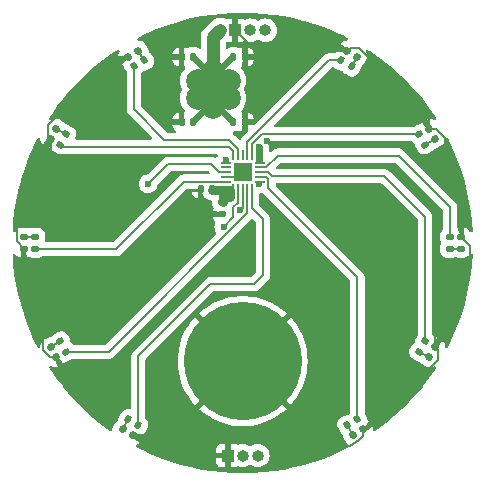
<source format=gtl>
%TF.GenerationSoftware,KiCad,Pcbnew,8.0.7*%
%TF.CreationDate,2024-12-04T21:33:04-06:00*%
%TF.ProjectId,b1,62312e6b-6963-4616-945f-706362585858,rev?*%
%TF.SameCoordinates,Original*%
%TF.FileFunction,Copper,L1,Top*%
%TF.FilePolarity,Positive*%
%FSLAX46Y46*%
G04 Gerber Fmt 4.6, Leading zero omitted, Abs format (unit mm)*
G04 Created by KiCad (PCBNEW 8.0.7) date 2024-12-04 21:33:04*
%MOMM*%
%LPD*%
G01*
G04 APERTURE LIST*
G04 Aperture macros list*
%AMRoundRect*
0 Rectangle with rounded corners*
0 $1 Rounding radius*
0 $2 $3 $4 $5 $6 $7 $8 $9 X,Y pos of 4 corners*
0 Add a 4 corners polygon primitive as box body*
4,1,4,$2,$3,$4,$5,$6,$7,$8,$9,$2,$3,0*
0 Add four circle primitives for the rounded corners*
1,1,$1+$1,$2,$3*
1,1,$1+$1,$4,$5*
1,1,$1+$1,$6,$7*
1,1,$1+$1,$8,$9*
0 Add four rect primitives between the rounded corners*
20,1,$1+$1,$2,$3,$4,$5,0*
20,1,$1+$1,$4,$5,$6,$7,0*
20,1,$1+$1,$6,$7,$8,$9,0*
20,1,$1+$1,$8,$9,$2,$3,0*%
G04 Aperture macros list end*
%TA.AperFunction,SMDPad,CuDef*%
%ADD10RoundRect,0.135000X0.209413X0.092715X-0.024413X0.227715X-0.209413X-0.092715X0.024413X-0.227715X0*%
%TD*%
%TA.AperFunction,SMDPad,CuDef*%
%ADD11RoundRect,0.147500X0.223139X-0.041489X0.075639X0.213989X-0.223139X0.041489X-0.075639X-0.213989X0*%
%TD*%
%TA.AperFunction,SMDPad,CuDef*%
%ADD12RoundRect,0.140000X-0.140000X-0.170000X0.140000X-0.170000X0.140000X0.170000X-0.140000X0.170000X0*%
%TD*%
%TA.AperFunction,ComponentPad*%
%ADD13O,1.000000X1.000000*%
%TD*%
%TA.AperFunction,ComponentPad*%
%ADD14R,1.000000X1.000000*%
%TD*%
%TA.AperFunction,SMDPad,CuDef*%
%ADD15RoundRect,0.135000X0.227715X-0.024413X0.092715X0.209413X-0.227715X0.024413X-0.092715X-0.209413X0*%
%TD*%
%TA.AperFunction,SMDPad,CuDef*%
%ADD16RoundRect,0.147500X0.213989X0.075639X-0.041489X0.223139X-0.213989X-0.075639X0.041489X-0.223139X0*%
%TD*%
%TA.AperFunction,SMDPad,CuDef*%
%ADD17RoundRect,0.050000X-0.375000X-0.050000X0.375000X-0.050000X0.375000X0.050000X-0.375000X0.050000X0*%
%TD*%
%TA.AperFunction,SMDPad,CuDef*%
%ADD18RoundRect,0.050000X-0.050000X-0.375000X0.050000X-0.375000X0.050000X0.375000X-0.050000X0.375000X0*%
%TD*%
%TA.AperFunction,HeatsinkPad*%
%ADD19R,1.650000X1.650000*%
%TD*%
%TA.AperFunction,ComponentPad*%
%ADD20C,2.000000*%
%TD*%
%TA.AperFunction,SMDPad,CuDef*%
%ADD21RoundRect,0.140000X-0.170000X0.140000X-0.170000X-0.140000X0.170000X-0.140000X0.170000X0.140000X0*%
%TD*%
%TA.AperFunction,SMDPad,CuDef*%
%ADD22RoundRect,0.140000X0.140000X0.170000X-0.140000X0.170000X-0.140000X-0.170000X0.140000X-0.170000X0*%
%TD*%
%TA.AperFunction,SMDPad,CuDef*%
%ADD23RoundRect,0.135000X0.024413X0.227715X-0.209413X0.092715X-0.024413X-0.227715X0.209413X-0.092715X0*%
%TD*%
%TA.AperFunction,SMDPad,CuDef*%
%ADD24RoundRect,0.147500X-0.213989X-0.075639X0.041489X-0.223139X0.213989X0.075639X-0.041489X0.223139X0*%
%TD*%
%TA.AperFunction,SMDPad,CuDef*%
%ADD25RoundRect,0.135000X-0.185000X0.135000X-0.185000X-0.135000X0.185000X-0.135000X0.185000X0.135000X0*%
%TD*%
%TA.AperFunction,SMDPad,CuDef*%
%ADD26RoundRect,0.135000X0.092715X-0.209413X0.227715X0.024413X-0.092715X0.209413X-0.227715X-0.024413X0*%
%TD*%
%TA.AperFunction,SMDPad,CuDef*%
%ADD27RoundRect,0.135000X0.185000X-0.135000X0.185000X0.135000X-0.185000X0.135000X-0.185000X-0.135000X0*%
%TD*%
%TA.AperFunction,SMDPad,CuDef*%
%ADD28RoundRect,0.147500X0.041489X0.223139X-0.213989X0.075639X-0.041489X-0.223139X0.213989X-0.075639X0*%
%TD*%
%TA.AperFunction,SMDPad,CuDef*%
%ADD29RoundRect,0.135000X-0.209413X-0.092715X0.024413X-0.227715X0.209413X0.092715X-0.024413X0.227715X0*%
%TD*%
%TA.AperFunction,SMDPad,CuDef*%
%ADD30RoundRect,0.135000X-0.024413X-0.227715X0.209413X-0.092715X0.024413X0.227715X-0.209413X0.092715X0*%
%TD*%
%TA.AperFunction,SMDPad,CuDef*%
%ADD31C,10.000000*%
%TD*%
%TA.AperFunction,SMDPad,CuDef*%
%ADD32RoundRect,0.135000X-0.092715X0.209413X-0.227715X-0.024413X0.092715X-0.209413X0.227715X0.024413X0*%
%TD*%
%TA.AperFunction,ComponentPad*%
%ADD33O,1.200000X3.200000*%
%TD*%
%TA.AperFunction,SMDPad,CuDef*%
%ADD34RoundRect,0.147500X-0.041489X-0.223139X0.213989X-0.075639X0.041489X0.223139X-0.213989X0.075639X0*%
%TD*%
%TA.AperFunction,SMDPad,CuDef*%
%ADD35RoundRect,0.147500X-0.075639X0.213989X-0.223139X-0.041489X0.075639X-0.213989X0.223139X0.041489X0*%
%TD*%
%TA.AperFunction,SMDPad,CuDef*%
%ADD36C,4.000000*%
%TD*%
%TA.AperFunction,SMDPad,CuDef*%
%ADD37RoundRect,0.135000X-0.227715X0.024413X-0.092715X-0.209413X0.227715X-0.024413X0.092715X0.209413X0*%
%TD*%
%TA.AperFunction,SMDPad,CuDef*%
%ADD38RoundRect,0.147500X0.172500X-0.147500X0.172500X0.147500X-0.172500X0.147500X-0.172500X-0.147500X0*%
%TD*%
%TA.AperFunction,SMDPad,CuDef*%
%ADD39RoundRect,0.147500X0.075639X-0.213989X0.223139X0.041489X-0.075639X0.213989X-0.223139X-0.041489X0*%
%TD*%
%TA.AperFunction,SMDPad,CuDef*%
%ADD40RoundRect,0.147500X-0.223139X0.041489X-0.075639X-0.213989X0.223139X-0.041489X0.075639X0.213989X0*%
%TD*%
%TA.AperFunction,SMDPad,CuDef*%
%ADD41RoundRect,0.147500X-0.172500X0.147500X-0.172500X-0.147500X0.172500X-0.147500X0.172500X0.147500X0*%
%TD*%
%TA.AperFunction,ViaPad*%
%ADD42C,0.600000*%
%TD*%
%TA.AperFunction,Conductor*%
%ADD43C,0.200000*%
%TD*%
%TA.AperFunction,Conductor*%
%ADD44C,0.800000*%
%TD*%
%TA.AperFunction,Conductor*%
%ADD45C,1.100000*%
%TD*%
%TA.AperFunction,Conductor*%
%ADD46C,0.500000*%
%TD*%
%TA.AperFunction,Conductor*%
%ADD47C,2.000000*%
%TD*%
%TA.AperFunction,Conductor*%
%ADD48C,0.600000*%
%TD*%
G04 APERTURE END LIST*
D10*
%TO.P,R1,1*%
%TO.N,/LED1*%
X41166673Y-65453745D03*
%TO.P,R1,2*%
%TO.N,Net-(D1-A)*%
X40283327Y-64943745D03*
%TD*%
D11*
%TO.P,D2,1,K*%
%TO.N,GND*%
X34221030Y-59670022D03*
%TO.P,D2,2,A*%
%TO.N,Net-(D2-A)*%
X33736030Y-58829978D03*
%TD*%
D12*
%TO.P,C6,1*%
%TO.N,+3V0*%
X49220000Y-34250000D03*
%TO.P,C6,2*%
%TO.N,GND*%
X50180000Y-34250000D03*
%TD*%
D13*
%TO.P,J1,1,Pin_1*%
%TO.N,+3V0*%
X48095000Y-32000000D03*
D14*
%TO.P,J1,2,Pin_2*%
%TO.N,GND*%
X49365000Y-32000000D03*
D13*
%TO.P,J1,3,Pin_3*%
%TO.N,/SWIO*%
X50635000Y-32000000D03*
%TO.P,J1,4,Pin_4*%
%TO.N,/NRST*%
X51905000Y-32000000D03*
%TD*%
D15*
%TO.P,R2,1*%
%TO.N,/LED2*%
X35056254Y-59216673D03*
%TO.P,R2,2*%
%TO.N,Net-(D2-A)*%
X34546254Y-58333327D03*
%TD*%
D16*
%TO.P,D1,1,K*%
%TO.N,GND*%
X40670022Y-66263969D03*
%TO.P,D1,2,A*%
%TO.N,Net-(D1-A)*%
X39829978Y-65778969D03*
%TD*%
D17*
%TO.P,U1,1,NRST*%
%TO.N,/NRST*%
X48550000Y-43200000D03*
%TO.P,U1,2,PA1*%
%TO.N,unconnected-(U1-PA1-Pad2)*%
X48550000Y-43600000D03*
%TO.P,U1,3,ADC_IN0*%
%TO.N,/touch1*%
X48550000Y-44000000D03*
%TO.P,U1,4,VSS*%
%TO.N,GND*%
X48550000Y-44400000D03*
%TO.P,U1,5,PD0*%
%TO.N,/LED3*%
X48550000Y-44800000D03*
D18*
%TO.P,U1,6,VDD*%
%TO.N,+3V0*%
X49200000Y-45450000D03*
%TO.P,U1,7,USART_TX_3*%
%TO.N,/TX*%
X49600000Y-45450000D03*
%TO.P,U1,8,USART_RX_3*%
%TO.N,/RX*%
X50000000Y-45450000D03*
%TO.P,U1,9,PC2*%
%TO.N,/LED2*%
X50400000Y-45450000D03*
%TO.P,U1,10,PC3*%
%TO.N,/LED1*%
X50800000Y-45450000D03*
D17*
%TO.P,U1,11,ADC_IN2*%
%TO.N,/touch2*%
X51450000Y-44800000D03*
%TO.P,U1,12,PC5*%
%TO.N,/LED10*%
X51450000Y-44400000D03*
%TO.P,U1,13,PC6*%
%TO.N,/LED9*%
X51450000Y-44000000D03*
%TO.P,U1,14,PC7*%
%TO.N,/LED8*%
X51450000Y-43600000D03*
%TO.P,U1,15,SWIO*%
%TO.N,/SWIO*%
X51450000Y-43200000D03*
D18*
%TO.P,U1,16,PD2*%
%TO.N,/LED7*%
X50800000Y-42550000D03*
%TO.P,U1,17,PD3*%
%TO.N,/LED6*%
X50400000Y-42550000D03*
%TO.P,U1,18,PD4*%
%TO.N,unconnected-(U1-PD4-Pad18)*%
X50000000Y-42550000D03*
%TO.P,U1,19,PD5*%
%TO.N,/LED5*%
X49600000Y-42550000D03*
%TO.P,U1,20,PD6*%
%TO.N,/LED4*%
X49200000Y-42550000D03*
D19*
%TO.P,U1,21,VSS*%
%TO.N,GND*%
X50000000Y-44000000D03*
%TD*%
D20*
%TO.P,T51,1*%
%TO.N,+3V0*%
X47500000Y-37000000D03*
%TD*%
D21*
%TO.P,C1,1*%
%TO.N,+3V0*%
X48275000Y-46570000D03*
%TO.P,C1,2*%
%TO.N,GND*%
X48275000Y-47530000D03*
%TD*%
D22*
%TO.P,C5,1*%
%TO.N,+3V0*%
X45780000Y-34250000D03*
%TO.P,C5,2*%
%TO.N,GND*%
X44820000Y-34250000D03*
%TD*%
D23*
%TO.P,R10,1*%
%TO.N,/LED10*%
X59716673Y-64943745D03*
%TO.P,R10,2*%
%TO.N,Net-(D10-A)*%
X58833327Y-65453745D03*
%TD*%
D20*
%TO.P,T55,1*%
%TO.N,+3V0*%
X46200961Y-37750000D03*
%TD*%
%TO.P,T53,1*%
%TO.N,+3V0*%
X48799038Y-37750000D03*
%TD*%
D24*
%TO.P,D6,1,K*%
%TO.N,GND*%
X58829978Y-33736030D03*
%TO.P,D6,2,A*%
%TO.N,Net-(D6-A)*%
X59670022Y-34221030D03*
%TD*%
D25*
%TO.P,R8,1*%
%TO.N,/LED8*%
X67550000Y-49490000D03*
%TO.P,R8,2*%
%TO.N,Net-(D8-A)*%
X67550000Y-50510000D03*
%TD*%
D26*
%TO.P,R4,1*%
%TO.N,/LED4*%
X34546254Y-41666673D03*
%TO.P,R4,2*%
%TO.N,Net-(D4-A)*%
X35056254Y-40783327D03*
%TD*%
D27*
%TO.P,R3,1*%
%TO.N,/LED3*%
X32450000Y-50510000D03*
%TO.P,R3,2*%
%TO.N,Net-(D3-A)*%
X32450000Y-49490000D03*
%TD*%
D20*
%TO.P,T51,1*%
%TO.N,+3V0*%
X47500000Y-35500000D03*
%TD*%
D28*
%TO.P,D10,1,K*%
%TO.N,GND*%
X60170022Y-65778969D03*
%TO.P,D10,2,A*%
%TO.N,Net-(D10-A)*%
X59329978Y-66263969D03*
%TD*%
D12*
%TO.P,C4,1*%
%TO.N,+3V0*%
X49220000Y-39750000D03*
%TO.P,C4,2*%
%TO.N,GND*%
X50180000Y-39750000D03*
%TD*%
D20*
%TO.P,T56,1*%
%TO.N,+3V0*%
X46200961Y-36250000D03*
%TD*%
D22*
%TO.P,C3,1*%
%TO.N,+3V0*%
X45780000Y-39750000D03*
%TO.P,C3,2*%
%TO.N,GND*%
X44820000Y-39750000D03*
%TD*%
D20*
%TO.P,T52,1*%
%TO.N,+3V0*%
X48799038Y-36250000D03*
%TD*%
D29*
%TO.P,R6,1*%
%TO.N,/LED6*%
X58333327Y-34546254D03*
%TO.P,R6,2*%
%TO.N,Net-(D6-A)*%
X59216673Y-35056254D03*
%TD*%
D30*
%TO.P,R5,1*%
%TO.N,/LED5*%
X40783327Y-35056254D03*
%TO.P,R5,2*%
%TO.N,Net-(D5-A)*%
X41666673Y-34546254D03*
%TD*%
D31*
%TO.P,-,1,1*%
%TO.N,GND*%
X50000000Y-60000000D03*
%TD*%
D20*
%TO.P,T54,1*%
%TO.N,+3V0*%
X47500000Y-38500000D03*
%TD*%
D32*
%TO.P,R9,1*%
%TO.N,/LED9*%
X65453745Y-58333327D03*
%TO.P,R9,2*%
%TO.N,Net-(D9-A)*%
X64943745Y-59216673D03*
%TD*%
D33*
%TO.P,T1,1*%
%TO.N,GND*%
X50000000Y-51000000D03*
%TD*%
D34*
%TO.P,D5,1,K*%
%TO.N,GND*%
X40329978Y-34221030D03*
%TO.P,D5,2,A*%
%TO.N,Net-(D5-A)*%
X41170022Y-33736030D03*
%TD*%
D14*
%TO.P,J2,1,Pin_1*%
%TO.N,GND*%
X48730000Y-68000000D03*
D13*
%TO.P,J2,2,Pin_2*%
%TO.N,/TX*%
X50000000Y-68000000D03*
%TO.P,J2,3,Pin_3*%
%TO.N,/RX*%
X51270000Y-68000000D03*
%TD*%
D35*
%TO.P,D9,1,K*%
%TO.N,GND*%
X66263969Y-58829978D03*
%TO.P,D9,2,A*%
%TO.N,Net-(D9-A)*%
X65778969Y-59670022D03*
%TD*%
D36*
%TO.P,B1,1,1*%
%TO.N,GND*%
X50000000Y-60000000D03*
%TD*%
D37*
%TO.P,R7,1*%
%TO.N,/LED7*%
X64943745Y-40783327D03*
%TO.P,R7,2*%
%TO.N,Net-(D7-A)*%
X65453745Y-41666673D03*
%TD*%
D38*
%TO.P,D3,1,K*%
%TO.N,GND*%
X31500000Y-50485000D03*
%TO.P,D3,2,A*%
%TO.N,Net-(D3-A)*%
X31500000Y-49515000D03*
%TD*%
D39*
%TO.P,D4,1,K*%
%TO.N,GND*%
X33736030Y-41170022D03*
%TO.P,D4,2,A*%
%TO.N,Net-(D4-A)*%
X34221030Y-40329978D03*
%TD*%
D40*
%TO.P,D7,1,K*%
%TO.N,GND*%
X65778969Y-40329978D03*
%TO.P,D7,2,A*%
%TO.N,Net-(D7-A)*%
X66263969Y-41170022D03*
%TD*%
D22*
%TO.P,C2,1*%
%TO.N,+3V0*%
X47430000Y-45450000D03*
%TO.P,C2,2*%
%TO.N,GND*%
X46470000Y-45450000D03*
%TD*%
D41*
%TO.P,D8,1,K*%
%TO.N,GND*%
X68500000Y-49515000D03*
%TO.P,D8,2,A*%
%TO.N,Net-(D8-A)*%
X68500000Y-50485000D03*
%TD*%
D42*
%TO.N,GND*%
X50500000Y-43800000D03*
X52500000Y-59700000D03*
X53500000Y-59700000D03*
X47460000Y-60000000D03*
X53500000Y-60300000D03*
X53000000Y-60600000D03*
X52500000Y-60300000D03*
X53000000Y-60000000D03*
X49500000Y-44500000D03*
X50500000Y-44500000D03*
X34221030Y-59670022D03*
X49500000Y-43800000D03*
X40675000Y-66263969D03*
X52085864Y-41383327D03*
X53000000Y-59400000D03*
%TO.N,+3V0*%
X48900000Y-46100000D03*
X48300000Y-46100000D03*
X48300000Y-45500000D03*
X48900000Y-45500000D03*
%TO.N,/NRST*%
X48604934Y-43000000D03*
%TO.N,/SWIO*%
X51400000Y-41874265D03*
%TO.N,/RX*%
X49800000Y-47244000D03*
%TO.N,/TX*%
X48396999Y-48647000D03*
%TO.N,/touch2*%
X51395066Y-44999999D03*
%TO.N,/touch1*%
X41990000Y-45000000D03*
%TD*%
D43*
%TO.N,Net-(D1-A)*%
X40283327Y-64943745D02*
X39829978Y-65778969D01*
%TO.N,GND*%
X59876774Y-33501774D02*
X65778969Y-39403969D01*
X69250167Y-52374833D02*
X66263969Y-55361031D01*
X66263969Y-55361031D02*
X66263969Y-58829978D01*
X30880000Y-49865000D02*
X30880000Y-47745000D01*
X33501774Y-40935766D02*
X33501774Y-39998226D01*
X65778969Y-39403969D02*
X65778969Y-40329978D01*
X68500000Y-45725000D02*
X68500000Y-49515000D01*
X58829978Y-33736030D02*
X51101030Y-33736030D01*
X66348682Y-40329978D02*
X67125000Y-41106296D01*
X43736031Y-66263969D02*
X40675000Y-66263969D01*
X60170022Y-66379978D02*
X59837469Y-66712531D01*
X60596031Y-65778969D02*
X60170022Y-65778969D01*
X40675000Y-66263969D02*
X40670022Y-66263969D01*
X49250000Y-44400000D02*
X49425000Y-44575000D01*
X67125000Y-44350000D02*
X68500000Y-45725000D01*
X66263969Y-58829978D02*
X66498225Y-59064234D01*
X58829978Y-33736030D02*
X59064234Y-33501774D01*
X33736030Y-41170022D02*
X33501774Y-40935766D01*
X68500000Y-49515000D02*
X69250167Y-50265167D01*
X33651317Y-59670022D02*
X33063787Y-59082492D01*
X59837469Y-66712531D02*
X59572759Y-66870688D01*
X65778969Y-40329978D02*
X66348682Y-40329978D01*
X60170022Y-65778969D02*
X60170022Y-66379978D01*
X39278970Y-34221030D02*
X40329978Y-34221030D01*
X57153888Y-67153888D02*
X50000000Y-60000000D01*
X33063787Y-59082492D02*
X33063787Y-52613787D01*
X30880000Y-47745000D02*
X33736030Y-44888970D01*
X48550000Y-44400000D02*
X49250000Y-44400000D01*
X66498225Y-59876775D02*
X60596031Y-65778969D01*
X66498225Y-59064234D02*
X66498225Y-59876775D01*
X31500000Y-51050000D02*
X31500000Y-50485000D01*
X33063787Y-52613787D02*
X31500000Y-51050000D01*
X51101030Y-33736030D02*
X49365000Y-32000000D01*
X50000000Y-60000000D02*
X43736031Y-66263969D01*
X59572759Y-66870688D02*
X59046484Y-67153888D01*
X69250167Y-50265167D02*
X69250167Y-52374833D01*
X33501774Y-39998226D02*
X39278970Y-34221030D01*
X33736030Y-44888970D02*
X33736030Y-41170022D01*
X34221030Y-59670022D02*
X33651317Y-59670022D01*
X67125000Y-41106296D02*
X67125000Y-44350000D01*
X59064234Y-33501774D02*
X59876774Y-33501774D01*
X31500000Y-50485000D02*
X30880000Y-49865000D01*
X59046484Y-67153888D02*
X57153888Y-67153888D01*
D44*
%TO.N,+3V0*%
X48300000Y-45500000D02*
X48300000Y-46100000D01*
X48900000Y-45500000D02*
X48900000Y-46100000D01*
D45*
X47500000Y-32595000D02*
X48095000Y-32000000D01*
D46*
X47500000Y-38030000D02*
X49220000Y-39750000D01*
X47500000Y-37000000D02*
X47500000Y-35970000D01*
D44*
X48300000Y-46100000D02*
X48300000Y-46545000D01*
X48300000Y-45500000D02*
X47430000Y-45500000D01*
D45*
X47500000Y-37000000D02*
X47500000Y-32595000D01*
D46*
X47500000Y-35970000D02*
X45780000Y-34250000D01*
D44*
X48900000Y-46100000D02*
X48300000Y-46100000D01*
X48900000Y-45500000D02*
X48300000Y-45500000D01*
D46*
X45780000Y-39750000D02*
X47500000Y-38030000D01*
X47500000Y-38030000D02*
X47500000Y-37000000D01*
D47*
X47190000Y-36690000D02*
X47500000Y-37000000D01*
D46*
X47500000Y-35970000D02*
X49220000Y-34250000D01*
D43*
%TO.N,Net-(D2-A)*%
X34546254Y-58333327D02*
X33736030Y-58829978D01*
%TO.N,Net-(D3-A)*%
X31525000Y-49490000D02*
X31500000Y-49515000D01*
X32450000Y-49490000D02*
X31525000Y-49490000D01*
%TO.N,Net-(D4-A)*%
X35056254Y-40783327D02*
X34221030Y-40329978D01*
%TO.N,Net-(D5-A)*%
X41666673Y-34546254D02*
X41170022Y-33736030D01*
%TO.N,Net-(D6-A)*%
X59216673Y-35056254D02*
X59670022Y-34221030D01*
%TO.N,Net-(D10-A)*%
X58833327Y-65453745D02*
X59329978Y-66263969D01*
%TO.N,Net-(D9-A)*%
X64943745Y-59216673D02*
X65778969Y-59670022D01*
%TO.N,Net-(D8-A)*%
X68475000Y-50510000D02*
X68500000Y-50485000D01*
X67550000Y-50510000D02*
X68475000Y-50510000D01*
%TO.N,Net-(D7-A)*%
X65453745Y-41666673D02*
X66263969Y-41170022D01*
%TO.N,/LED7*%
X50800000Y-41600000D02*
X50800000Y-42550000D01*
X51616673Y-40783327D02*
X50800000Y-41600000D01*
X64943745Y-40783327D02*
X51616673Y-40783327D01*
%TO.N,/LED6*%
X50400000Y-41434314D02*
X57288060Y-34546254D01*
X57288060Y-34546254D02*
X58333327Y-34546254D01*
X50400000Y-42550000D02*
X50400000Y-41434314D01*
%TO.N,/LED5*%
X40783327Y-38683327D02*
X43366673Y-41266673D01*
X48838032Y-41266673D02*
X49274918Y-41703559D01*
X49274918Y-41703559D02*
X49600000Y-42028640D01*
X43366673Y-41266673D02*
X48838032Y-41266673D01*
X40783327Y-35056254D02*
X40783327Y-38683327D01*
X49600000Y-42028640D02*
X49600000Y-42550000D01*
%TO.N,/LED4*%
X34729581Y-41850000D02*
X48855673Y-41850000D01*
X49200000Y-42194325D02*
X49200000Y-42550000D01*
X49109232Y-42103559D02*
X49200000Y-42194325D01*
X34546254Y-41666673D02*
X34729581Y-41850000D01*
X48855673Y-41850000D02*
X49109232Y-42103559D01*
%TO.N,/NRST*%
X48604934Y-43145066D02*
X48550000Y-43200000D01*
X48604934Y-43000000D02*
X48604934Y-43145066D01*
D48*
%TO.N,/SWIO*%
X51400000Y-41874265D02*
X51400000Y-43000000D01*
D43*
%TO.N,/LED10*%
X59716673Y-52916673D02*
X52175000Y-45375000D01*
X52175000Y-45375000D02*
X52175000Y-44603640D01*
X59716673Y-64943745D02*
X59716673Y-52916673D01*
X51971360Y-44400000D02*
X51450000Y-44400000D01*
X52175000Y-44603640D02*
X51971360Y-44400000D01*
%TO.N,/LED9*%
X65453745Y-47803745D02*
X62000000Y-44350000D01*
X52487046Y-44350000D02*
X52137046Y-44000000D01*
X65453745Y-58333327D02*
X65453745Y-47803745D01*
X52137046Y-44000000D02*
X51450000Y-44000000D01*
X62000000Y-44350000D02*
X52487046Y-44350000D01*
%TO.N,/LED8*%
X51971360Y-43600000D02*
X51450000Y-43600000D01*
X63200000Y-42600000D02*
X52971360Y-42600000D01*
X52971360Y-42600000D02*
X51971360Y-43600000D01*
X67550000Y-49490000D02*
X67550000Y-46950000D01*
X67550000Y-46950000D02*
X63200000Y-42600000D01*
%TO.N,/LED3*%
X39290000Y-50510000D02*
X45000000Y-44800000D01*
X32450000Y-50510000D02*
X39290000Y-50510000D01*
X45000000Y-44800000D02*
X48550000Y-44800000D01*
%TO.N,/LED2*%
X35056254Y-59216673D02*
X38675856Y-59216673D01*
X38675856Y-59216673D02*
X50400000Y-47492529D01*
X50400000Y-47492529D02*
X50400000Y-45450000D01*
%TO.N,/LED1*%
X50800000Y-47050000D02*
X51750000Y-48000000D01*
X47250000Y-53500000D02*
X41166673Y-59583327D01*
X50800000Y-45450000D02*
X50800000Y-47050000D01*
X51750000Y-48000000D02*
X51750000Y-52700000D01*
X41166673Y-59583327D02*
X41166673Y-65453745D01*
X50950000Y-53500000D02*
X47250000Y-53500000D01*
X51750000Y-52700000D02*
X50950000Y-53500000D01*
%TO.N,/RX*%
X50000000Y-47044000D02*
X50000000Y-45450000D01*
X49800000Y-47244000D02*
X50000000Y-47044000D01*
%TO.N,/TX*%
X48396999Y-48647000D02*
X49200000Y-47843999D01*
X49600000Y-46595471D02*
X49600000Y-45450000D01*
X49200000Y-46995471D02*
X49600000Y-46595471D01*
X49200000Y-47843999D02*
X49200000Y-46995471D01*
%TO.N,/touch1*%
X48550000Y-44000000D02*
X48028640Y-44000000D01*
X43690000Y-43300000D02*
X41990000Y-45000000D01*
X47328640Y-43300000D02*
X43690000Y-43300000D01*
X48028640Y-44000000D02*
X47328640Y-43300000D01*
%TD*%
%TA.AperFunction,Conductor*%
%TO.N,GND*%
G36*
X51749280Y-45798516D02*
G01*
X51806284Y-45855520D01*
X51806285Y-45855520D01*
X51813352Y-45862587D01*
X51813351Y-45862587D01*
X51813355Y-45862590D01*
X59079854Y-53129089D01*
X59113339Y-53190412D01*
X59116173Y-53216770D01*
X59116173Y-64290840D01*
X59096488Y-64357879D01*
X59081671Y-64376666D01*
X58993017Y-64469113D01*
X58993011Y-64469121D01*
X58960226Y-64527304D01*
X58910166Y-64576046D01*
X58850899Y-64590423D01*
X58784117Y-64589723D01*
X58658935Y-64620471D01*
X58628187Y-64628024D01*
X58628184Y-64628025D01*
X58628182Y-64628026D01*
X58595576Y-64643579D01*
X58595570Y-64643582D01*
X58250584Y-64842760D01*
X58220806Y-64863224D01*
X58220799Y-64863230D01*
X58109668Y-64979116D01*
X58109666Y-64979119D01*
X58030845Y-65119005D01*
X57989288Y-65274100D01*
X57987607Y-65434652D01*
X57993925Y-65460372D01*
X58025908Y-65590584D01*
X58025910Y-65590588D01*
X58025911Y-65590591D01*
X58041462Y-65623195D01*
X58041469Y-65623208D01*
X58290633Y-66054772D01*
X58290636Y-66054776D01*
X58290645Y-66054791D01*
X58311112Y-66084571D01*
X58311115Y-66084574D01*
X58311116Y-66084575D01*
X58431791Y-66200298D01*
X58466386Y-66260218D01*
X58467293Y-66263911D01*
X58506221Y-66422398D01*
X58509013Y-66428251D01*
X58522087Y-66455661D01*
X58760013Y-66867763D01*
X58760024Y-66867780D01*
X58766982Y-66877903D01*
X58780896Y-66898149D01*
X58780897Y-66898150D01*
X58780898Y-66898151D01*
X58899064Y-67011467D01*
X58899067Y-67011469D01*
X59008421Y-67073088D01*
X59057163Y-67123147D01*
X59071103Y-67191612D01*
X59045816Y-67256745D01*
X59003843Y-67291603D01*
X58462984Y-67567184D01*
X58457970Y-67569598D01*
X57666323Y-67929181D01*
X57661206Y-67931368D01*
X56854235Y-68255067D01*
X56849026Y-68257022D01*
X56028288Y-68544212D01*
X56022995Y-68545932D01*
X55190242Y-68795995D01*
X55184878Y-68797475D01*
X54341762Y-69009922D01*
X54336337Y-69011161D01*
X53484484Y-69185579D01*
X53479009Y-69186572D01*
X52620232Y-69322589D01*
X52614718Y-69323336D01*
X51750690Y-69420689D01*
X51745147Y-69421188D01*
X50877626Y-69479677D01*
X50872067Y-69479927D01*
X50002782Y-69499437D01*
X49997218Y-69499437D01*
X49127932Y-69479927D01*
X49122373Y-69479677D01*
X48254852Y-69421188D01*
X48249309Y-69420689D01*
X47385281Y-69323336D01*
X47379767Y-69322589D01*
X46520990Y-69186572D01*
X46515515Y-69185579D01*
X45663662Y-69011161D01*
X45658237Y-69009922D01*
X44815121Y-68797475D01*
X44809757Y-68795995D01*
X43983371Y-68547844D01*
X47730000Y-68547844D01*
X47736401Y-68607372D01*
X47736403Y-68607379D01*
X47786645Y-68742086D01*
X47786649Y-68742093D01*
X47872809Y-68857187D01*
X47872812Y-68857190D01*
X47987906Y-68943350D01*
X47987913Y-68943354D01*
X48122620Y-68993596D01*
X48122627Y-68993598D01*
X48182155Y-68999999D01*
X48182172Y-69000000D01*
X48480000Y-69000000D01*
X48480000Y-68250000D01*
X47730000Y-68250000D01*
X47730000Y-68547844D01*
X43983371Y-68547844D01*
X43977004Y-68545932D01*
X43971711Y-68544212D01*
X43150973Y-68257022D01*
X43145764Y-68255067D01*
X42435508Y-67970163D01*
X48580000Y-67970163D01*
X48580000Y-68029837D01*
X48602836Y-68084968D01*
X48645032Y-68127164D01*
X48700163Y-68150000D01*
X48759837Y-68150000D01*
X48814968Y-68127164D01*
X48857164Y-68084968D01*
X48880000Y-68029837D01*
X48880000Y-67970163D01*
X48857164Y-67915032D01*
X48814968Y-67872836D01*
X48759837Y-67850000D01*
X48700163Y-67850000D01*
X48645032Y-67872836D01*
X48602836Y-67915032D01*
X48580000Y-67970163D01*
X42435508Y-67970163D01*
X42338793Y-67931368D01*
X42333676Y-67929181D01*
X41542029Y-67569598D01*
X41537015Y-67567184D01*
X41311258Y-67452155D01*
X47730000Y-67452155D01*
X47730000Y-67750000D01*
X48480000Y-67750000D01*
X48480000Y-67000000D01*
X48980000Y-67000000D01*
X48980000Y-69000000D01*
X49277828Y-69000000D01*
X49277844Y-68999999D01*
X49337372Y-68993598D01*
X49337376Y-68993597D01*
X49472089Y-68943351D01*
X49479890Y-68937512D01*
X49545353Y-68913091D01*
X49609529Y-68926751D01*
X49609641Y-68926482D01*
X49611100Y-68927086D01*
X49612663Y-68927419D01*
X49615273Y-68928814D01*
X49803868Y-68986024D01*
X50000000Y-69005341D01*
X50196132Y-68986024D01*
X50384727Y-68928814D01*
X50558538Y-68835910D01*
X50558544Y-68835904D01*
X50563607Y-68832523D01*
X50564703Y-68834164D01*
X50620639Y-68810405D01*
X50689507Y-68822194D01*
X50706148Y-68832888D01*
X50706393Y-68832523D01*
X50711458Y-68835907D01*
X50711462Y-68835910D01*
X50885273Y-68928814D01*
X51073868Y-68986024D01*
X51270000Y-69005341D01*
X51466132Y-68986024D01*
X51654727Y-68928814D01*
X51828538Y-68835910D01*
X51980883Y-68710883D01*
X52105910Y-68558538D01*
X52198814Y-68384727D01*
X52256024Y-68196132D01*
X52275341Y-68000000D01*
X52256024Y-67803868D01*
X52198814Y-67615273D01*
X52198811Y-67615269D01*
X52198811Y-67615266D01*
X52105913Y-67441467D01*
X52105909Y-67441460D01*
X51980883Y-67289116D01*
X51828539Y-67164090D01*
X51828532Y-67164086D01*
X51654733Y-67071188D01*
X51654727Y-67071186D01*
X51466132Y-67013976D01*
X51466129Y-67013975D01*
X51270000Y-66994659D01*
X51073870Y-67013975D01*
X50885266Y-67071188D01*
X50711467Y-67164086D01*
X50706399Y-67167473D01*
X50705305Y-67165836D01*
X50649337Y-67189596D01*
X50580471Y-67177795D01*
X50563843Y-67167109D01*
X50563601Y-67167473D01*
X50558532Y-67164086D01*
X50384733Y-67071188D01*
X50384727Y-67071186D01*
X50196132Y-67013976D01*
X50196129Y-67013975D01*
X50000000Y-66994659D01*
X49803870Y-67013975D01*
X49719246Y-67039645D01*
X49615273Y-67071186D01*
X49615270Y-67071187D01*
X49615268Y-67071188D01*
X49612647Y-67072589D01*
X49611118Y-67072907D01*
X49609646Y-67073517D01*
X49609530Y-67073237D01*
X49544243Y-67086823D01*
X49479894Y-67062490D01*
X49472091Y-67056648D01*
X49337376Y-67006402D01*
X49337372Y-67006401D01*
X49277844Y-67000000D01*
X48980000Y-67000000D01*
X48480000Y-67000000D01*
X48182155Y-67000000D01*
X48122627Y-67006401D01*
X48122620Y-67006403D01*
X47987913Y-67056645D01*
X47987906Y-67056649D01*
X47872812Y-67142809D01*
X47872809Y-67142812D01*
X47786649Y-67257906D01*
X47786645Y-67257913D01*
X47736403Y-67392620D01*
X47736401Y-67392627D01*
X47730000Y-67452155D01*
X41311258Y-67452155D01*
X40995621Y-67291330D01*
X40944825Y-67243355D01*
X40928030Y-67175534D01*
X40950567Y-67109400D01*
X40991045Y-67072814D01*
X41100632Y-67011065D01*
X41100635Y-67011063D01*
X41218710Y-66897833D01*
X41232685Y-66877497D01*
X40652408Y-66542474D01*
X40604192Y-66491907D01*
X40590969Y-66423300D01*
X40607021Y-66373087D01*
X40672772Y-66259204D01*
X40723339Y-66210988D01*
X40791946Y-66197766D01*
X40842154Y-66213815D01*
X40928918Y-66263908D01*
X40928922Y-66263910D01*
X40928924Y-66263911D01*
X40949573Y-66273761D01*
X40961533Y-66279466D01*
X41117463Y-66317766D01*
X41117464Y-66317765D01*
X41117465Y-66317766D01*
X41120146Y-66317737D01*
X41226683Y-66316621D01*
X41289980Y-66333227D01*
X41482684Y-66444484D01*
X41482685Y-66444484D01*
X41493305Y-66422222D01*
X41493307Y-66422217D01*
X41532941Y-66260862D01*
X41567537Y-66200942D01*
X41572996Y-66195706D01*
X41572999Y-66195705D01*
X41688888Y-66084571D01*
X41709355Y-66054792D01*
X41958535Y-65623198D01*
X41974092Y-65590584D01*
X42012392Y-65434654D01*
X42010711Y-65274098D01*
X41969154Y-65119004D01*
X41890332Y-64979117D01*
X41801674Y-64886666D01*
X41769481Y-64824656D01*
X41767173Y-64800841D01*
X41767173Y-64062987D01*
X46290565Y-64062987D01*
X46363014Y-64132423D01*
X46726573Y-64425975D01*
X47113698Y-64687626D01*
X47113717Y-64687638D01*
X47521636Y-64915516D01*
X47521658Y-64915527D01*
X47947434Y-65107990D01*
X47947440Y-65107992D01*
X48388026Y-65263661D01*
X48840220Y-65381402D01*
X49300768Y-65460371D01*
X49300776Y-65460372D01*
X49766344Y-65499999D01*
X49766364Y-65500000D01*
X50233636Y-65500000D01*
X50233655Y-65499999D01*
X50699223Y-65460372D01*
X50699231Y-65460371D01*
X51159779Y-65381402D01*
X51611973Y-65263661D01*
X52052559Y-65107992D01*
X52052565Y-65107990D01*
X52478341Y-64915527D01*
X52478363Y-64915516D01*
X52886282Y-64687638D01*
X52886301Y-64687626D01*
X53273433Y-64425971D01*
X53273434Y-64425970D01*
X53636976Y-64132430D01*
X53636992Y-64132416D01*
X53709432Y-64062986D01*
X50000000Y-60353554D01*
X46290565Y-64062987D01*
X41767173Y-64062987D01*
X41767173Y-59999993D01*
X44495040Y-59999993D01*
X44495040Y-60000006D01*
X44514870Y-60466840D01*
X44574224Y-60930344D01*
X44672669Y-61387129D01*
X44672671Y-61387137D01*
X44809497Y-61833923D01*
X44809502Y-61833936D01*
X44983719Y-62267489D01*
X44983723Y-62267500D01*
X45194083Y-62684723D01*
X45194093Y-62684743D01*
X45439091Y-63082643D01*
X45716947Y-63458330D01*
X45716953Y-63458338D01*
X45937508Y-63708936D01*
X45937509Y-63708936D01*
X49646446Y-60000000D01*
X49646446Y-59999999D01*
X50353554Y-59999999D01*
X50353554Y-60000000D01*
X54062490Y-63708936D01*
X54283047Y-63458335D01*
X54283061Y-63458318D01*
X54560908Y-63082643D01*
X54805906Y-62684743D01*
X54805916Y-62684723D01*
X55016276Y-62267500D01*
X55016280Y-62267489D01*
X55190497Y-61833936D01*
X55190502Y-61833923D01*
X55327328Y-61387137D01*
X55327330Y-61387129D01*
X55425775Y-60930344D01*
X55485129Y-60466840D01*
X55504960Y-60000006D01*
X55504960Y-59999993D01*
X55485129Y-59533159D01*
X55425775Y-59069655D01*
X55327330Y-58612870D01*
X55327328Y-58612862D01*
X55190502Y-58166076D01*
X55190497Y-58166063D01*
X55016280Y-57732510D01*
X55016276Y-57732499D01*
X54805916Y-57315276D01*
X54805906Y-57315256D01*
X54560908Y-56917356D01*
X54283052Y-56541669D01*
X54283046Y-56541661D01*
X54062490Y-56291062D01*
X50353554Y-59999999D01*
X49646446Y-59999999D01*
X45937509Y-56291063D01*
X45716947Y-56541669D01*
X45716944Y-56541673D01*
X45439091Y-56917356D01*
X45194093Y-57315256D01*
X45194083Y-57315276D01*
X44983723Y-57732499D01*
X44983719Y-57732510D01*
X44809502Y-58166063D01*
X44809497Y-58166076D01*
X44672671Y-58612862D01*
X44672669Y-58612870D01*
X44574224Y-59069655D01*
X44514870Y-59533159D01*
X44495040Y-59999993D01*
X41767173Y-59999993D01*
X41767173Y-59883424D01*
X41786858Y-59816385D01*
X41803492Y-59795743D01*
X45662224Y-55937012D01*
X46290565Y-55937012D01*
X49999999Y-59646446D01*
X53709433Y-55937011D01*
X53636985Y-55867576D01*
X53273426Y-55574024D01*
X52886301Y-55312373D01*
X52886282Y-55312361D01*
X52478363Y-55084483D01*
X52478341Y-55084472D01*
X52052565Y-54892009D01*
X52052559Y-54892007D01*
X51611973Y-54736338D01*
X51159779Y-54618597D01*
X50699231Y-54539628D01*
X50699223Y-54539627D01*
X50233655Y-54500000D01*
X49766344Y-54500000D01*
X49300776Y-54539627D01*
X49300768Y-54539628D01*
X48840220Y-54618597D01*
X48388026Y-54736338D01*
X47947440Y-54892007D01*
X47947434Y-54892009D01*
X47521658Y-55084472D01*
X47521636Y-55084483D01*
X47113717Y-55312361D01*
X47113698Y-55312373D01*
X46726566Y-55574028D01*
X46726565Y-55574029D01*
X46363024Y-55867568D01*
X46363008Y-55867582D01*
X46290565Y-55937012D01*
X45662224Y-55937012D01*
X47462417Y-54136819D01*
X47523740Y-54103334D01*
X47550098Y-54100500D01*
X50863331Y-54100500D01*
X50863347Y-54100501D01*
X50870943Y-54100501D01*
X51029054Y-54100501D01*
X51029057Y-54100501D01*
X51181785Y-54059577D01*
X51231904Y-54030639D01*
X51318716Y-53980520D01*
X51430520Y-53868716D01*
X51430520Y-53868714D01*
X51440728Y-53858507D01*
X51440730Y-53858504D01*
X52118713Y-53180521D01*
X52118716Y-53180520D01*
X52230520Y-53068716D01*
X52280639Y-52981904D01*
X52309577Y-52931785D01*
X52350501Y-52779057D01*
X52350501Y-52620943D01*
X52350501Y-52613348D01*
X52350500Y-52613330D01*
X52350500Y-48089059D01*
X52350501Y-48089046D01*
X52350501Y-47920945D01*
X52350501Y-47920943D01*
X52309577Y-47768215D01*
X52257797Y-47678530D01*
X52230520Y-47631284D01*
X52118716Y-47519480D01*
X52118715Y-47519479D01*
X52114385Y-47515149D01*
X52114374Y-47515139D01*
X51436819Y-46837584D01*
X51403334Y-46776261D01*
X51400500Y-46749903D01*
X51400500Y-45915764D01*
X51420185Y-45848725D01*
X51472989Y-45802970D01*
X51510611Y-45792544D01*
X51574321Y-45785367D01*
X51620645Y-45769156D01*
X51690421Y-45765594D01*
X51749280Y-45798516D01*
G37*
%TD.AperFunction*%
%TA.AperFunction,Conductor*%
G36*
X61766942Y-44970185D02*
G01*
X61787584Y-44986819D01*
X64816926Y-48016161D01*
X64850411Y-48077484D01*
X64853245Y-48103842D01*
X64853245Y-57699198D01*
X64836632Y-57761198D01*
X64643583Y-58095569D01*
X64643580Y-58095575D01*
X64628024Y-58128185D01*
X64589723Y-58284117D01*
X64590423Y-58350899D01*
X64571442Y-58418141D01*
X64527304Y-58460226D01*
X64469121Y-58493011D01*
X64469113Y-58493017D01*
X64353227Y-58604147D01*
X64332771Y-58633911D01*
X64332758Y-58633932D01*
X64133583Y-58978915D01*
X64133580Y-58978921D01*
X64118024Y-59011531D01*
X64079724Y-59167460D01*
X64079723Y-59167466D01*
X64081406Y-59328020D01*
X64122961Y-59483109D01*
X64122962Y-59483112D01*
X64122963Y-59483113D01*
X64134886Y-59504272D01*
X64201785Y-59622999D01*
X64268710Y-59692788D01*
X64312919Y-59738888D01*
X64342698Y-59759355D01*
X64342710Y-59759362D01*
X64342716Y-59759366D01*
X64579134Y-59895861D01*
X64774292Y-60008535D01*
X64806906Y-60024092D01*
X64962836Y-60062392D01*
X64962837Y-60062391D01*
X64969282Y-60063975D01*
X65029203Y-60098571D01*
X65031470Y-60100935D01*
X65144789Y-60219104D01*
X65175157Y-60239975D01*
X65175174Y-60239986D01*
X65466827Y-60408371D01*
X65587281Y-60477915D01*
X65620540Y-60493779D01*
X65779537Y-60532832D01*
X65943251Y-60531118D01*
X66101395Y-60488743D01*
X66102226Y-60488275D01*
X66188761Y-60439515D01*
X66256829Y-60423754D01*
X66322613Y-60447296D01*
X66365227Y-60502666D01*
X66371140Y-60572285D01*
X66354627Y-60613517D01*
X66275236Y-60739867D01*
X66272170Y-60744511D01*
X65777010Y-61459232D01*
X65773739Y-61463734D01*
X65247017Y-62155513D01*
X65243548Y-62159864D01*
X64686297Y-62827343D01*
X64682636Y-62831533D01*
X64096009Y-63473328D01*
X64092163Y-63477350D01*
X63477350Y-64092163D01*
X63473328Y-64096009D01*
X62831533Y-64682636D01*
X62827343Y-64686297D01*
X62159864Y-65243548D01*
X62155513Y-65247017D01*
X61463734Y-65773739D01*
X61459232Y-65777010D01*
X61226360Y-65938344D01*
X61160043Y-65960341D01*
X61092362Y-65942993D01*
X61044803Y-65891807D01*
X61031751Y-65835118D01*
X61032332Y-65779602D01*
X61032331Y-65779598D01*
X60993306Y-65620718D01*
X60982685Y-65598450D01*
X60402408Y-65933474D01*
X60334508Y-65949947D01*
X60268481Y-65927094D01*
X60233021Y-65888087D01*
X60167271Y-65774205D01*
X60150798Y-65706305D01*
X60173650Y-65640278D01*
X60212656Y-65604819D01*
X60299417Y-65554728D01*
X60329198Y-65534262D01*
X60440332Y-65418373D01*
X60493953Y-65323208D01*
X60539982Y-65276696D01*
X60732684Y-65165439D01*
X60732685Y-65165439D01*
X60718711Y-65145105D01*
X60718709Y-65145102D01*
X60598792Y-65030107D01*
X60564197Y-64970187D01*
X60562391Y-64962838D01*
X60562392Y-64962836D01*
X60524092Y-64806906D01*
X60508536Y-64774292D01*
X60458506Y-64687638D01*
X60333786Y-64471616D01*
X60317173Y-64409616D01*
X60317173Y-52837618D01*
X60317173Y-52837616D01*
X60276250Y-52684889D01*
X60276250Y-52684888D01*
X60237333Y-52617482D01*
X60197193Y-52547957D01*
X60085389Y-52436153D01*
X60085388Y-52436152D01*
X60081058Y-52431822D01*
X60081047Y-52431812D01*
X52811819Y-45162584D01*
X52778334Y-45101261D01*
X52775500Y-45074903D01*
X52775500Y-45074500D01*
X52795185Y-45007461D01*
X52847989Y-44961706D01*
X52899500Y-44950500D01*
X61699903Y-44950500D01*
X61766942Y-44970185D01*
G37*
%TD.AperFunction*%
%TA.AperFunction,Conductor*%
G36*
X50864598Y-47979679D02*
G01*
X50908945Y-48008180D01*
X51113181Y-48212416D01*
X51146666Y-48273739D01*
X51149500Y-48300097D01*
X51149500Y-52399903D01*
X51129815Y-52466942D01*
X51113181Y-52487584D01*
X50737584Y-52863181D01*
X50676261Y-52896666D01*
X50649903Y-52899500D01*
X47336670Y-52899500D01*
X47336654Y-52899499D01*
X47329058Y-52899499D01*
X47170943Y-52899499D01*
X47094579Y-52919961D01*
X47018214Y-52940423D01*
X47018209Y-52940426D01*
X46881290Y-53019475D01*
X46881282Y-53019481D01*
X40686154Y-59214609D01*
X40639319Y-59295730D01*
X40607097Y-59351539D01*
X40607096Y-59351540D01*
X40587509Y-59424639D01*
X40566172Y-59504270D01*
X40566172Y-59504272D01*
X40566172Y-59672373D01*
X40566173Y-59672386D01*
X40566173Y-63978967D01*
X40546488Y-64046006D01*
X40493684Y-64091761D01*
X40424526Y-64101705D01*
X40412595Y-64099388D01*
X40332539Y-64079724D01*
X40332533Y-64079723D01*
X40171979Y-64081406D01*
X40016890Y-64122961D01*
X39877000Y-64201785D01*
X39761115Y-64312915D01*
X39740633Y-64342716D01*
X39491466Y-64774289D01*
X39491463Y-64774295D01*
X39475910Y-64806901D01*
X39475908Y-64806906D01*
X39467101Y-64842762D01*
X39436025Y-64969281D01*
X39401430Y-65029201D01*
X39280898Y-65144786D01*
X39260024Y-65175157D01*
X39260013Y-65175174D01*
X39022087Y-65587276D01*
X39013720Y-65604818D01*
X39006221Y-65620540D01*
X39005569Y-65623194D01*
X38967167Y-65779538D01*
X38967745Y-65834772D01*
X38948763Y-65902013D01*
X38896440Y-65948318D01*
X38827389Y-65958984D01*
X38773136Y-65937996D01*
X38540767Y-65777010D01*
X38536265Y-65773739D01*
X37844486Y-65247017D01*
X37840135Y-65243548D01*
X37338383Y-64824656D01*
X37172653Y-64686295D01*
X37168466Y-64682636D01*
X36934871Y-64469121D01*
X36526671Y-64096009D01*
X36522649Y-64092163D01*
X35907836Y-63477350D01*
X35903990Y-63473328D01*
X35317363Y-62831533D01*
X35313702Y-62827343D01*
X35194634Y-62684723D01*
X34756449Y-62159861D01*
X34752982Y-62155513D01*
X34226260Y-61463734D01*
X34222989Y-61459232D01*
X33727829Y-60744511D01*
X33724763Y-60739867D01*
X33644814Y-60612629D01*
X33625814Y-60545392D01*
X33646182Y-60478557D01*
X33699450Y-60433343D01*
X33768706Y-60424106D01*
X33810680Y-60438626D01*
X33898792Y-60488275D01*
X34056820Y-60530619D01*
X34220396Y-60532332D01*
X34220402Y-60532331D01*
X34379277Y-60493307D01*
X34379282Y-60493306D01*
X34401546Y-60482686D01*
X34401546Y-60482685D01*
X34066523Y-59902408D01*
X34050050Y-59834508D01*
X34072903Y-59768481D01*
X34111910Y-59733021D01*
X34225793Y-59667271D01*
X34293693Y-59650798D01*
X34359720Y-59673651D01*
X34395179Y-59712656D01*
X34431895Y-59776250D01*
X34445273Y-59799420D01*
X34465733Y-59829193D01*
X34465739Y-59829200D01*
X34470521Y-59833786D01*
X34581626Y-59940332D01*
X34676787Y-59993952D01*
X34723301Y-60039982D01*
X34834558Y-60232684D01*
X34834559Y-60232684D01*
X34854885Y-60218717D01*
X34854893Y-60218711D01*
X34969891Y-60098792D01*
X35029811Y-60064197D01*
X35037159Y-60062391D01*
X35037163Y-60062392D01*
X35193093Y-60024092D01*
X35225707Y-60008536D01*
X35527132Y-59834508D01*
X35528383Y-59833786D01*
X35590383Y-59817173D01*
X38589187Y-59817173D01*
X38589203Y-59817174D01*
X38596799Y-59817174D01*
X38754910Y-59817174D01*
X38754913Y-59817174D01*
X38907641Y-59776250D01*
X38982110Y-59733255D01*
X39044572Y-59697193D01*
X39156376Y-59585389D01*
X39156376Y-59585387D01*
X39166580Y-59575184D01*
X39166584Y-59575179D01*
X50733583Y-48008180D01*
X50794906Y-47974695D01*
X50864598Y-47979679D01*
G37*
%TD.AperFunction*%
%TA.AperFunction,Conductor*%
G36*
X62966942Y-43220185D02*
G01*
X62987584Y-43236819D01*
X66913181Y-47162416D01*
X66946666Y-47223739D01*
X66949500Y-47250097D01*
X66949500Y-48820404D01*
X66929815Y-48887443D01*
X66913181Y-48908085D01*
X66858869Y-48962396D01*
X66858863Y-48962404D01*
X66777131Y-49100606D01*
X66777129Y-49100611D01*
X66732335Y-49254791D01*
X66732334Y-49254797D01*
X66729500Y-49290811D01*
X66729500Y-49689169D01*
X66729501Y-49689191D01*
X66732335Y-49725205D01*
X66777129Y-49879388D01*
X66777132Y-49879395D01*
X66811128Y-49936881D01*
X66828309Y-50004605D01*
X66811128Y-50063119D01*
X66777132Y-50120604D01*
X66777129Y-50120611D01*
X66732335Y-50274791D01*
X66732334Y-50274797D01*
X66729500Y-50310811D01*
X66729500Y-50709169D01*
X66729501Y-50709191D01*
X66732335Y-50745205D01*
X66777129Y-50899388D01*
X66777131Y-50899393D01*
X66856038Y-51032819D01*
X66858864Y-51037597D01*
X66858869Y-51037603D01*
X66972396Y-51151130D01*
X66972400Y-51151133D01*
X66972402Y-51151135D01*
X67110607Y-51232869D01*
X67151268Y-51244682D01*
X67264791Y-51277664D01*
X67264794Y-51277664D01*
X67264796Y-51277665D01*
X67300819Y-51280500D01*
X67799180Y-51280499D01*
X67835204Y-51277665D01*
X67989393Y-51232869D01*
X67989393Y-51232868D01*
X67995767Y-51231017D01*
X68064958Y-51231017D01*
X68068102Y-51231930D01*
X68068103Y-51231931D01*
X68225325Y-51277609D01*
X68262060Y-51280500D01*
X68262068Y-51280500D01*
X68737932Y-51280500D01*
X68737940Y-51280500D01*
X68774675Y-51277609D01*
X68774677Y-51277608D01*
X68774679Y-51277608D01*
X68931892Y-51231933D01*
X68931893Y-51231932D01*
X68931897Y-51231931D01*
X69072820Y-51148590D01*
X69188590Y-51032820D01*
X69239782Y-50946257D01*
X69290848Y-50898577D01*
X69359589Y-50886073D01*
X69424179Y-50912717D01*
X69464110Y-50970052D01*
X69470231Y-51017722D01*
X69421188Y-51745147D01*
X69420689Y-51750690D01*
X69323336Y-52614718D01*
X69322589Y-52620232D01*
X69186572Y-53479009D01*
X69185579Y-53484484D01*
X69011161Y-54336337D01*
X69009922Y-54341762D01*
X68797475Y-55184878D01*
X68795995Y-55190242D01*
X68545932Y-56022995D01*
X68544212Y-56028288D01*
X68257022Y-56849026D01*
X68255067Y-56854235D01*
X67931368Y-57661206D01*
X67929181Y-57666323D01*
X67569598Y-58457970D01*
X67567184Y-58462984D01*
X67369206Y-58851538D01*
X67321231Y-58902334D01*
X67253411Y-58919129D01*
X67187276Y-58896592D01*
X67143824Y-58841877D01*
X67134728Y-58796541D01*
X67133716Y-58699918D01*
X67091375Y-58541895D01*
X67011063Y-58399364D01*
X66897834Y-58281290D01*
X66877497Y-58267313D01*
X66542474Y-58847590D01*
X66491907Y-58895806D01*
X66423300Y-58909029D01*
X66373087Y-58892977D01*
X66259204Y-58827227D01*
X66210989Y-58776660D01*
X66197765Y-58708053D01*
X66213814Y-58657846D01*
X66263908Y-58571082D01*
X66279466Y-58538467D01*
X66317766Y-58382537D01*
X66316621Y-58273315D01*
X66333227Y-58210018D01*
X66444484Y-58017313D01*
X66422221Y-58006694D01*
X66422208Y-58006689D01*
X66260863Y-57967058D01*
X66200944Y-57932464D01*
X66088747Y-57815466D01*
X66056553Y-57753455D01*
X66054245Y-57729640D01*
X66054245Y-47892804D01*
X66054246Y-47892791D01*
X66054246Y-47724690D01*
X66054246Y-47724688D01*
X66013322Y-47571960D01*
X65977305Y-47509577D01*
X65934265Y-47435029D01*
X65822461Y-47323225D01*
X65822460Y-47323224D01*
X65818130Y-47318894D01*
X65818119Y-47318884D01*
X62487590Y-43988355D01*
X62487588Y-43988352D01*
X62368717Y-43869481D01*
X62368709Y-43869475D01*
X62249241Y-43800501D01*
X62249238Y-43800500D01*
X62231785Y-43790423D01*
X62212356Y-43785217D01*
X62079057Y-43749499D01*
X61920943Y-43749499D01*
X61913347Y-43749499D01*
X61913331Y-43749500D01*
X52970457Y-43749500D01*
X52903418Y-43729815D01*
X52857663Y-43677011D01*
X52847719Y-43607853D01*
X52876744Y-43544297D01*
X52882776Y-43537819D01*
X53183777Y-43236819D01*
X53245100Y-43203334D01*
X53271458Y-43200500D01*
X62899903Y-43200500D01*
X62966942Y-43220185D01*
G37*
%TD.AperFunction*%
%TA.AperFunction,Conductor*%
G36*
X46436177Y-45420185D02*
G01*
X46456819Y-45436819D01*
X46493181Y-45473181D01*
X46526666Y-45534504D01*
X46529500Y-45560862D01*
X46529500Y-45588695D01*
X46564103Y-45762658D01*
X46564106Y-45762667D01*
X46631984Y-45926542D01*
X46631985Y-45926543D01*
X46631987Y-45926547D01*
X46699102Y-46026991D01*
X46719980Y-46093667D01*
X46720000Y-46095881D01*
X46720000Y-46254503D01*
X46816710Y-46226408D01*
X46886580Y-46226607D01*
X46920195Y-46242381D01*
X47003453Y-46298013D01*
X47003454Y-46298013D01*
X47003455Y-46298014D01*
X47003457Y-46298015D01*
X47112707Y-46343267D01*
X47167334Y-46365894D01*
X47167336Y-46365894D01*
X47167341Y-46365896D01*
X47299691Y-46392222D01*
X47361602Y-46424607D01*
X47396176Y-46485322D01*
X47399500Y-46513839D01*
X47399500Y-46633692D01*
X47434103Y-46807658D01*
X47434106Y-46807667D01*
X47501983Y-46971539D01*
X47501989Y-46971550D01*
X47515376Y-46991585D01*
X47536253Y-47058263D01*
X47519006Y-47123594D01*
X47512970Y-47133799D01*
X47512968Y-47133804D01*
X47470496Y-47280000D01*
X47741533Y-47280000D01*
X47808572Y-47299685D01*
X47810369Y-47300861D01*
X47873453Y-47343013D01*
X47873455Y-47343014D01*
X47873459Y-47343016D01*
X47975498Y-47385281D01*
X48037334Y-47410894D01*
X48037336Y-47410894D01*
X48037341Y-47410896D01*
X48175191Y-47438316D01*
X48237102Y-47470701D01*
X48271676Y-47531416D01*
X48275000Y-47559933D01*
X48275000Y-47656000D01*
X48255315Y-47723039D01*
X48202511Y-47768794D01*
X48151000Y-47780000D01*
X47470496Y-47780000D01*
X47512968Y-47926195D01*
X47595278Y-48065374D01*
X47595285Y-48065383D01*
X47661549Y-48131647D01*
X47695034Y-48192970D01*
X47690050Y-48262662D01*
X47678863Y-48285299D01*
X47671207Y-48297482D01*
X47611632Y-48467737D01*
X47611629Y-48467750D01*
X47591434Y-48646996D01*
X47591434Y-48647003D01*
X47611629Y-48826249D01*
X47611630Y-48826254D01*
X47671210Y-48996523D01*
X47692211Y-49029945D01*
X47752037Y-49125158D01*
X47763520Y-49143432D01*
X47782520Y-49210668D01*
X47762152Y-49277504D01*
X47746207Y-49297085D01*
X38463440Y-58579854D01*
X38402117Y-58613339D01*
X38375759Y-58616173D01*
X35709159Y-58616173D01*
X35642120Y-58596488D01*
X35623333Y-58581671D01*
X35530882Y-58493014D01*
X35530877Y-58493011D01*
X35472695Y-58460227D01*
X35423953Y-58410168D01*
X35409575Y-58350897D01*
X35410275Y-58284119D01*
X35410274Y-58284114D01*
X35371975Y-58128187D01*
X35356418Y-58095573D01*
X35261858Y-57931791D01*
X35157238Y-57750584D01*
X35136774Y-57720806D01*
X35136768Y-57720799D01*
X35020882Y-57609668D01*
X35020879Y-57609666D01*
X34880993Y-57530845D01*
X34725898Y-57489288D01*
X34565346Y-57487607D01*
X34487380Y-57506758D01*
X34409415Y-57525908D01*
X34409411Y-57525909D01*
X34409407Y-57525911D01*
X34376803Y-57541462D01*
X34376790Y-57541469D01*
X33945226Y-57790633D01*
X33945221Y-57790637D01*
X33945216Y-57790640D01*
X33945208Y-57790645D01*
X33915428Y-57811112D01*
X33915426Y-57811113D01*
X33915423Y-57811116D01*
X33799700Y-57931791D01*
X33739781Y-57966386D01*
X33695952Y-57977151D01*
X33577601Y-58006221D01*
X33571177Y-58009285D01*
X33544337Y-58022087D01*
X33132235Y-58260013D01*
X33132218Y-58260024D01*
X33101847Y-58280898D01*
X32988531Y-58399064D01*
X32988529Y-58399067D01*
X32908157Y-58541702D01*
X32865783Y-58699850D01*
X32864781Y-58795579D01*
X32844396Y-58862409D01*
X32791116Y-58907608D01*
X32721857Y-58916827D01*
X32658609Y-58887139D01*
X32630303Y-58850576D01*
X32553539Y-58699918D01*
X32432806Y-58462965D01*
X32430410Y-58457990D01*
X32191399Y-57931791D01*
X32070818Y-57666323D01*
X32068631Y-57661206D01*
X31744932Y-56854235D01*
X31742977Y-56849026D01*
X31455787Y-56028288D01*
X31454075Y-56023020D01*
X31204004Y-55190242D01*
X31202524Y-55184878D01*
X30990077Y-54341762D01*
X30988838Y-54336337D01*
X30814414Y-53484454D01*
X30813432Y-53479039D01*
X30677406Y-52620207D01*
X30676666Y-52614743D01*
X30579306Y-51750651D01*
X30578814Y-51745187D01*
X30529693Y-51016612D01*
X30544823Y-50948402D01*
X30594430Y-50899199D01*
X30662763Y-50884626D01*
X30728127Y-50909310D01*
X30760144Y-50945152D01*
X30811805Y-51032507D01*
X30811812Y-51032516D01*
X30927483Y-51148187D01*
X30927491Y-51148193D01*
X31068302Y-51231468D01*
X31068307Y-51231470D01*
X31225402Y-51277110D01*
X31250000Y-51279045D01*
X31250000Y-50609000D01*
X31269685Y-50541961D01*
X31322489Y-50496206D01*
X31374000Y-50485000D01*
X31505501Y-50485000D01*
X31572540Y-50504685D01*
X31618295Y-50557489D01*
X31629501Y-50609000D01*
X31629501Y-50709191D01*
X31632334Y-50745200D01*
X31677131Y-50899393D01*
X31732732Y-50993409D01*
X31750000Y-51056530D01*
X31750000Y-51279044D01*
X31750001Y-51279045D01*
X31774592Y-51277112D01*
X31774596Y-51277111D01*
X31934146Y-51230757D01*
X32003337Y-51230757D01*
X32164791Y-51277664D01*
X32164794Y-51277664D01*
X32164796Y-51277665D01*
X32200819Y-51280500D01*
X32699180Y-51280499D01*
X32735204Y-51277665D01*
X32889393Y-51232869D01*
X33027598Y-51151135D01*
X33027603Y-51151130D01*
X33031915Y-51146819D01*
X33093238Y-51113334D01*
X33119596Y-51110500D01*
X39203331Y-51110500D01*
X39203347Y-51110501D01*
X39210943Y-51110501D01*
X39369054Y-51110501D01*
X39369057Y-51110501D01*
X39521785Y-51069577D01*
X39577174Y-51037598D01*
X39658716Y-50990520D01*
X39770520Y-50878716D01*
X39770520Y-50878714D01*
X39780724Y-50868511D01*
X39780727Y-50868506D01*
X44949235Y-45700000D01*
X45691210Y-45700000D01*
X45692854Y-45720910D01*
X45737968Y-45876195D01*
X45820278Y-46015374D01*
X45820285Y-46015383D01*
X45934616Y-46129714D01*
X45934625Y-46129721D01*
X46073804Y-46212031D01*
X46220000Y-46254504D01*
X46220000Y-45700000D01*
X45691210Y-45700000D01*
X44949235Y-45700000D01*
X45212416Y-45436819D01*
X45273739Y-45403334D01*
X45300097Y-45400500D01*
X46369138Y-45400500D01*
X46436177Y-45420185D01*
G37*
%TD.AperFunction*%
%TA.AperFunction,Conductor*%
G36*
X32812722Y-41103408D02*
G01*
X32856174Y-41158123D01*
X32865270Y-41203458D01*
X32866282Y-41300081D01*
X32908623Y-41458104D01*
X32988935Y-41600635D01*
X33102167Y-41718712D01*
X33122500Y-41732686D01*
X33457523Y-41152409D01*
X33508090Y-41104193D01*
X33576697Y-41090970D01*
X33626910Y-41107022D01*
X33740793Y-41172772D01*
X33789008Y-41223339D01*
X33802232Y-41291946D01*
X33786181Y-41342158D01*
X33736088Y-41428922D01*
X33720533Y-41461531D01*
X33682233Y-41617460D01*
X33682232Y-41617466D01*
X33683376Y-41726681D01*
X33666770Y-41789978D01*
X33555512Y-41982684D01*
X33577779Y-41993307D01*
X33577786Y-41993309D01*
X33739136Y-42032942D01*
X33799055Y-42067536D01*
X33804294Y-42072999D01*
X33915428Y-42188888D01*
X33945207Y-42209355D01*
X33945219Y-42209362D01*
X33945225Y-42209366D01*
X34169401Y-42338793D01*
X34376801Y-42458535D01*
X34409415Y-42474092D01*
X34565345Y-42512392D01*
X34725901Y-42510711D01*
X34880995Y-42469154D01*
X34884558Y-42467146D01*
X34885759Y-42466470D01*
X34946632Y-42450500D01*
X47780438Y-42450500D01*
X47847477Y-42470185D01*
X47893232Y-42522989D01*
X47903176Y-42592147D01*
X47885431Y-42640473D01*
X47879147Y-42650472D01*
X47879146Y-42650475D01*
X47875771Y-42660120D01*
X47835046Y-42716894D01*
X47833658Y-42717962D01*
X47782080Y-42757076D01*
X47778782Y-42760374D01*
X47717457Y-42793856D01*
X47647765Y-42788867D01*
X47629106Y-42780076D01*
X47624870Y-42777630D01*
X47589272Y-42757078D01*
X47583174Y-42753557D01*
X47560426Y-42740423D01*
X47560427Y-42740423D01*
X47499333Y-42724053D01*
X47407697Y-42699499D01*
X47249583Y-42699499D01*
X47241987Y-42699499D01*
X47241971Y-42699500D01*
X43610943Y-42699500D01*
X43458212Y-42740423D01*
X43431734Y-42755711D01*
X43429372Y-42757076D01*
X43429370Y-42757077D01*
X43429367Y-42757078D01*
X43321290Y-42819475D01*
X43321282Y-42819481D01*
X43209478Y-42931286D01*
X41971465Y-44169298D01*
X41910142Y-44202783D01*
X41897668Y-44204837D01*
X41810750Y-44214630D01*
X41640478Y-44274210D01*
X41487737Y-44370184D01*
X41360184Y-44497737D01*
X41264211Y-44650476D01*
X41204631Y-44820745D01*
X41204630Y-44820750D01*
X41184435Y-44999996D01*
X41184435Y-45000003D01*
X41204630Y-45179249D01*
X41204631Y-45179254D01*
X41264211Y-45349523D01*
X41319063Y-45436819D01*
X41360184Y-45502262D01*
X41487738Y-45629816D01*
X41640478Y-45725789D01*
X41754234Y-45765594D01*
X41810745Y-45785368D01*
X41810750Y-45785369D01*
X41989996Y-45805565D01*
X41990000Y-45805565D01*
X41990004Y-45805565D01*
X42169249Y-45785369D01*
X42169252Y-45785368D01*
X42169255Y-45785368D01*
X42339522Y-45725789D01*
X42492262Y-45629816D01*
X42619816Y-45502262D01*
X42715789Y-45349522D01*
X42775368Y-45179255D01*
X42785161Y-45092329D01*
X42812226Y-45027918D01*
X42820690Y-45018543D01*
X43902416Y-43936819D01*
X43963739Y-43903334D01*
X43990097Y-43900500D01*
X47028543Y-43900500D01*
X47095582Y-43920185D01*
X47116224Y-43936819D01*
X47167224Y-43987819D01*
X47200709Y-44049142D01*
X47195725Y-44118834D01*
X47153853Y-44174767D01*
X47088389Y-44199184D01*
X47079543Y-44199500D01*
X44920939Y-44199500D01*
X44881296Y-44210122D01*
X44881297Y-44210123D01*
X44768214Y-44240423D01*
X44768209Y-44240426D01*
X44631290Y-44319475D01*
X44631282Y-44319481D01*
X44550764Y-44400000D01*
X44519480Y-44431284D01*
X44519478Y-44431286D01*
X41788349Y-47162416D01*
X39077584Y-49873181D01*
X39016261Y-49906666D01*
X38989903Y-49909500D01*
X33379275Y-49909500D01*
X33312236Y-49889815D01*
X33266481Y-49837011D01*
X33256537Y-49767853D01*
X33260198Y-49750906D01*
X33266870Y-49727940D01*
X33267665Y-49725204D01*
X33270500Y-49689181D01*
X33270499Y-49290820D01*
X33267665Y-49254796D01*
X33222869Y-49100607D01*
X33141135Y-48962402D01*
X33141133Y-48962400D01*
X33141130Y-48962396D01*
X33027603Y-48848869D01*
X33027595Y-48848863D01*
X32889393Y-48767131D01*
X32889388Y-48767129D01*
X32735208Y-48722335D01*
X32735202Y-48722334D01*
X32699181Y-48719500D01*
X32200830Y-48719500D01*
X32200808Y-48719501D01*
X32164798Y-48722334D01*
X32004232Y-48768983D01*
X31935043Y-48768982D01*
X31774679Y-48722391D01*
X31774673Y-48722390D01*
X31737947Y-48719500D01*
X31737940Y-48719500D01*
X31262060Y-48719500D01*
X31262052Y-48719500D01*
X31225326Y-48722390D01*
X31225320Y-48722391D01*
X31068107Y-48768066D01*
X31068104Y-48768068D01*
X30927182Y-48851408D01*
X30927174Y-48851414D01*
X30811414Y-48967174D01*
X30811407Y-48967183D01*
X30760219Y-49053739D01*
X30709150Y-49101423D01*
X30640408Y-49113926D01*
X30575819Y-49087281D01*
X30535889Y-49029945D01*
X30529768Y-48982277D01*
X30530765Y-48967491D01*
X30578814Y-48254808D01*
X30579306Y-48249352D01*
X30676667Y-47385250D01*
X30677405Y-47379798D01*
X30813433Y-46520952D01*
X30814413Y-46515553D01*
X30988841Y-45663648D01*
X30990077Y-45658237D01*
X30997239Y-45629816D01*
X31202525Y-44815114D01*
X31204004Y-44809757D01*
X31261050Y-44619784D01*
X31454079Y-43976966D01*
X31455787Y-43971711D01*
X31742977Y-43150973D01*
X31744932Y-43145764D01*
X31846704Y-42892051D01*
X32068632Y-42338789D01*
X32070818Y-42333676D01*
X32081598Y-42309943D01*
X32430418Y-41541992D01*
X32432797Y-41537051D01*
X32630794Y-41148459D01*
X32678766Y-41097666D01*
X32746587Y-41080871D01*
X32812722Y-41103408D01*
G37*
%TD.AperFunction*%
%TA.AperFunction,Conductor*%
G36*
X67341388Y-41112858D02*
G01*
X67369695Y-41149421D01*
X67567184Y-41537015D01*
X67569598Y-41542029D01*
X67929181Y-42333676D01*
X67931368Y-42338793D01*
X68255067Y-43145764D01*
X68257022Y-43150973D01*
X68544212Y-43971711D01*
X68545932Y-43977004D01*
X68795995Y-44809757D01*
X68797475Y-44815121D01*
X69009922Y-45658237D01*
X69011161Y-45663662D01*
X69185579Y-46515515D01*
X69186572Y-46520990D01*
X69322589Y-47379767D01*
X69323336Y-47385281D01*
X69420689Y-48249309D01*
X69421188Y-48254852D01*
X69470306Y-48983385D01*
X69455176Y-49051597D01*
X69405569Y-49100800D01*
X69337236Y-49115373D01*
X69271872Y-49090689D01*
X69239855Y-49054847D01*
X69188193Y-48967491D01*
X69188187Y-48967483D01*
X69072516Y-48851812D01*
X69072508Y-48851806D01*
X68931697Y-48768531D01*
X68931692Y-48768529D01*
X68774603Y-48722890D01*
X68774591Y-48722888D01*
X68750000Y-48720952D01*
X68750000Y-49391000D01*
X68730315Y-49458039D01*
X68677511Y-49503794D01*
X68626000Y-49515000D01*
X68494499Y-49515000D01*
X68427460Y-49495315D01*
X68381705Y-49442511D01*
X68370499Y-49391000D01*
X68370499Y-49290830D01*
X68370498Y-49290808D01*
X68368493Y-49265325D01*
X68367665Y-49254796D01*
X68322869Y-49100607D01*
X68281080Y-49029945D01*
X68267267Y-49006588D01*
X68250000Y-48943468D01*
X68250000Y-48720953D01*
X68236163Y-48708162D01*
X68215847Y-48703894D01*
X68166092Y-48654841D01*
X68150500Y-48594643D01*
X68150500Y-47039059D01*
X68150501Y-47039046D01*
X68150501Y-46870945D01*
X68150501Y-46870943D01*
X68109577Y-46718215D01*
X68060777Y-46633691D01*
X68030520Y-46581284D01*
X67918716Y-46469480D01*
X67918715Y-46469479D01*
X67914385Y-46465149D01*
X67914374Y-46465139D01*
X63687590Y-42238355D01*
X63687588Y-42238352D01*
X63568717Y-42119481D01*
X63568716Y-42119480D01*
X63454470Y-42053520D01*
X63454470Y-42053519D01*
X63454465Y-42053518D01*
X63446550Y-42048948D01*
X63431786Y-42040423D01*
X63393603Y-42030192D01*
X63279057Y-41999499D01*
X63120943Y-41999499D01*
X63113347Y-41999499D01*
X63113331Y-41999500D01*
X53058030Y-41999500D01*
X53058014Y-41999499D01*
X53050418Y-41999499D01*
X52892303Y-41999499D01*
X52815939Y-42019961D01*
X52739574Y-42040423D01*
X52739569Y-42040426D01*
X52602650Y-42119475D01*
X52602642Y-42119481D01*
X52412181Y-42309943D01*
X52350858Y-42343428D01*
X52281166Y-42338444D01*
X52225233Y-42296572D01*
X52200816Y-42231108D01*
X52200500Y-42222262D01*
X52200500Y-41926179D01*
X52201280Y-41912294D01*
X52202167Y-41904427D01*
X52205565Y-41874265D01*
X52201279Y-41836233D01*
X52200500Y-41822350D01*
X52200500Y-41795422D01*
X52192711Y-41756268D01*
X52191110Y-41745979D01*
X52185368Y-41695010D01*
X52177023Y-41671163D01*
X52172449Y-41654404D01*
X52169737Y-41640768D01*
X52149484Y-41591872D01*
X52147026Y-41585436D01*
X52134198Y-41548777D01*
X52130639Y-41479000D01*
X52165370Y-41418373D01*
X52227364Y-41386148D01*
X52251242Y-41383827D01*
X64290840Y-41383827D01*
X64357879Y-41403512D01*
X64376666Y-41418329D01*
X64469116Y-41506985D01*
X64469119Y-41506987D01*
X64527301Y-41539771D01*
X64576044Y-41589830D01*
X64590423Y-41649100D01*
X64589723Y-41715882D01*
X64609261Y-41795423D01*
X64628024Y-41871813D01*
X64628026Y-41871817D01*
X64643579Y-41904423D01*
X64643582Y-41904429D01*
X64842760Y-42249415D01*
X64863224Y-42279193D01*
X64863226Y-42279196D01*
X64863228Y-42279198D01*
X64979117Y-42390332D01*
X65119004Y-42469154D01*
X65274098Y-42510711D01*
X65354376Y-42511551D01*
X65434652Y-42512392D01*
X65434652Y-42512391D01*
X65434654Y-42512392D01*
X65590584Y-42474092D01*
X65623198Y-42458536D01*
X66004567Y-42238352D01*
X66054772Y-42209366D01*
X66054772Y-42209365D01*
X66054791Y-42209355D01*
X66084571Y-42188888D01*
X66195705Y-42072999D01*
X66195705Y-42072997D01*
X66200299Y-42068208D01*
X66260219Y-42033613D01*
X66263398Y-42032831D01*
X66263401Y-42032832D01*
X66422398Y-41993779D01*
X66455657Y-41977915D01*
X66713047Y-41829311D01*
X66867763Y-41739986D01*
X66867771Y-41739980D01*
X66867781Y-41739975D01*
X66898149Y-41719104D01*
X67011468Y-41600935D01*
X67091841Y-41458298D01*
X67134215Y-41300153D01*
X67135217Y-41204418D01*
X67155601Y-41137589D01*
X67208881Y-41092389D01*
X67278140Y-41083169D01*
X67341388Y-41112858D01*
G37*
%TD.AperFunction*%
%TA.AperFunction,Conductor*%
G36*
X49818434Y-43464876D02*
G01*
X49818436Y-43464877D01*
X49890821Y-43473569D01*
X49906897Y-43475500D01*
X49906898Y-43475500D01*
X50093103Y-43475500D01*
X50109178Y-43473569D01*
X50181564Y-43464877D01*
X50181565Y-43464876D01*
X50185215Y-43464438D01*
X50214785Y-43464438D01*
X50218434Y-43464876D01*
X50218436Y-43464877D01*
X50290821Y-43473569D01*
X50306897Y-43475500D01*
X50400500Y-43475500D01*
X50467539Y-43495185D01*
X50513294Y-43547989D01*
X50524500Y-43599500D01*
X50524500Y-43693102D01*
X50527389Y-43717156D01*
X50535561Y-43785217D01*
X50535561Y-43814783D01*
X50529718Y-43863440D01*
X50524500Y-43906898D01*
X50524500Y-44093102D01*
X50527590Y-44118834D01*
X50535561Y-44185217D01*
X50535561Y-44214783D01*
X50532482Y-44240426D01*
X50524500Y-44306898D01*
X50524500Y-44306903D01*
X50524500Y-44400500D01*
X50504815Y-44467539D01*
X50452011Y-44513294D01*
X50400500Y-44524500D01*
X50306898Y-44524500D01*
X50263440Y-44529718D01*
X50214783Y-44535561D01*
X50185217Y-44535561D01*
X50136559Y-44529718D01*
X50093102Y-44524500D01*
X49906898Y-44524500D01*
X49863440Y-44529718D01*
X49814783Y-44535561D01*
X49785217Y-44535561D01*
X49736559Y-44529718D01*
X49693102Y-44524500D01*
X49599000Y-44524500D01*
X49531961Y-44504815D01*
X49486206Y-44452011D01*
X49475000Y-44400500D01*
X49475000Y-44306940D01*
X49464185Y-44216890D01*
X49464185Y-44187318D01*
X49464875Y-44181567D01*
X49464877Y-44181564D01*
X49475500Y-44093102D01*
X49475500Y-43906898D01*
X49464877Y-43818436D01*
X49464876Y-43818434D01*
X49464438Y-43814785D01*
X49464438Y-43785215D01*
X49464876Y-43781565D01*
X49464877Y-43781564D01*
X49475500Y-43693102D01*
X49475500Y-43599500D01*
X49495185Y-43532461D01*
X49547989Y-43486706D01*
X49599500Y-43475500D01*
X49693103Y-43475500D01*
X49709178Y-43473569D01*
X49781564Y-43464877D01*
X49781565Y-43464876D01*
X49785215Y-43464438D01*
X49814785Y-43464438D01*
X49818434Y-43464876D01*
G37*
%TD.AperFunction*%
%TA.AperFunction,Conductor*%
G36*
X50872098Y-30520073D02*
G01*
X50877594Y-30520320D01*
X51745187Y-30578814D01*
X51750651Y-30579306D01*
X52614743Y-30676666D01*
X52620207Y-30677406D01*
X53479039Y-30813432D01*
X53484454Y-30814414D01*
X54336342Y-30988839D01*
X54341756Y-30990075D01*
X54725708Y-31086823D01*
X55184878Y-31202524D01*
X55190242Y-31204004D01*
X56023020Y-31454075D01*
X56028288Y-31455787D01*
X56849026Y-31742977D01*
X56854235Y-31744932D01*
X57661206Y-32068631D01*
X57666323Y-32070818D01*
X57981146Y-32213817D01*
X58457990Y-32430410D01*
X58462965Y-32432806D01*
X58851538Y-32630793D01*
X58902333Y-32678766D01*
X58919128Y-32746587D01*
X58896591Y-32812722D01*
X58841876Y-32856174D01*
X58796541Y-32865270D01*
X58699918Y-32866282D01*
X58541895Y-32908623D01*
X58399364Y-32988935D01*
X58281288Y-33102167D01*
X58281286Y-33102169D01*
X58267313Y-33122499D01*
X58847590Y-33457523D01*
X58895806Y-33508090D01*
X58909029Y-33576697D01*
X58892977Y-33626910D01*
X58827227Y-33740793D01*
X58776660Y-33789008D01*
X58708053Y-33802232D01*
X58657841Y-33786181D01*
X58571077Y-33736088D01*
X58538468Y-33720533D01*
X58382539Y-33682233D01*
X58382533Y-33682232D01*
X58273316Y-33683376D01*
X58210018Y-33666770D01*
X58017314Y-33555513D01*
X58017313Y-33555513D01*
X58006695Y-33577773D01*
X58006689Y-33577789D01*
X57967058Y-33739135D01*
X57932464Y-33799054D01*
X57815466Y-33911252D01*
X57753455Y-33943446D01*
X57729640Y-33945754D01*
X57374729Y-33945754D01*
X57374713Y-33945753D01*
X57367117Y-33945753D01*
X57209003Y-33945753D01*
X57094457Y-33976446D01*
X57056274Y-33986677D01*
X57006682Y-34015310D01*
X57006681Y-34015310D01*
X56919347Y-34065731D01*
X56919342Y-34065735D01*
X56807538Y-34177540D01*
X51021396Y-39963681D01*
X50960073Y-39997166D01*
X50933715Y-40000000D01*
X50430000Y-40000000D01*
X50430000Y-40503715D01*
X50410315Y-40570754D01*
X50393681Y-40591396D01*
X50031286Y-40953792D01*
X49919481Y-41065596D01*
X49919480Y-41065598D01*
X49900114Y-41099142D01*
X49885768Y-41123990D01*
X49885766Y-41123992D01*
X49841684Y-41200342D01*
X49791117Y-41248557D01*
X49722509Y-41261779D01*
X49675586Y-41242993D01*
X49664274Y-41239672D01*
X49661297Y-41237273D01*
X49657645Y-41235811D01*
X49646617Y-41226022D01*
X49643637Y-41223042D01*
X49643632Y-41223038D01*
X49325622Y-40905028D01*
X49325620Y-40905025D01*
X49206746Y-40786151D01*
X49202473Y-40782872D01*
X49161273Y-40726443D01*
X49157121Y-40656696D01*
X49191336Y-40595778D01*
X49253055Y-40563028D01*
X49277964Y-40560500D01*
X49424682Y-40560500D01*
X49424690Y-40560500D01*
X49460993Y-40557643D01*
X49460995Y-40557642D01*
X49460997Y-40557642D01*
X49504534Y-40544993D01*
X49616395Y-40512494D01*
X49637369Y-40500089D01*
X49705088Y-40482906D01*
X49763613Y-40500090D01*
X49783803Y-40512031D01*
X49930000Y-40554504D01*
X49930000Y-40248352D01*
X49947267Y-40185233D01*
X49952494Y-40176395D01*
X49956345Y-40163142D01*
X49997642Y-40020997D01*
X49997643Y-40020991D01*
X50000500Y-39984690D01*
X50000500Y-39515310D01*
X49997643Y-39479007D01*
X49994701Y-39468882D01*
X49952495Y-39323608D01*
X49952492Y-39323600D01*
X49947266Y-39314763D01*
X49930000Y-39251645D01*
X49930000Y-38945494D01*
X50430000Y-38945494D01*
X50430000Y-39500000D01*
X50958790Y-39500000D01*
X50957145Y-39479089D01*
X50912031Y-39323804D01*
X50829721Y-39184625D01*
X50829714Y-39184616D01*
X50715383Y-39070285D01*
X50715374Y-39070278D01*
X50576193Y-38987967D01*
X50576190Y-38987965D01*
X50430001Y-38945493D01*
X50430000Y-38945494D01*
X49930000Y-38945494D01*
X49926078Y-38942550D01*
X49884287Y-38886556D01*
X49879403Y-38816857D01*
X49909299Y-38759409D01*
X49987202Y-38674785D01*
X50123211Y-38466607D01*
X50223101Y-38238881D01*
X50284146Y-37997821D01*
X50297036Y-37842261D01*
X50304681Y-37750005D01*
X50304681Y-37749994D01*
X50284147Y-37502187D01*
X50284145Y-37502175D01*
X50223101Y-37261118D01*
X50130412Y-37049810D01*
X50121509Y-36980510D01*
X50130412Y-36950190D01*
X50223101Y-36738881D01*
X50276840Y-36526671D01*
X50284146Y-36497821D01*
X50304681Y-36250000D01*
X50284146Y-36002179D01*
X50252455Y-35877036D01*
X50223101Y-35761118D01*
X50123211Y-35533393D01*
X49987204Y-35325217D01*
X49909301Y-35240592D01*
X49878379Y-35177937D01*
X49886239Y-35108511D01*
X49926080Y-35057448D01*
X49930000Y-35054504D01*
X49930000Y-35054503D01*
X50430000Y-35054503D01*
X50576195Y-35012031D01*
X50715374Y-34929721D01*
X50715383Y-34929714D01*
X50829714Y-34815383D01*
X50829721Y-34815374D01*
X50912031Y-34676195D01*
X50912033Y-34676190D01*
X50957144Y-34520918D01*
X50957145Y-34520912D01*
X50958790Y-34500000D01*
X50430000Y-34500000D01*
X50430000Y-35054503D01*
X49930000Y-35054503D01*
X49930000Y-34748352D01*
X49947267Y-34685233D01*
X49952494Y-34676395D01*
X49984758Y-34565345D01*
X49997642Y-34520997D01*
X49997643Y-34520991D01*
X49997649Y-34520912D01*
X50000500Y-34484690D01*
X50000500Y-34015310D01*
X49997643Y-33979007D01*
X49987827Y-33945221D01*
X49952495Y-33823608D01*
X49952492Y-33823600D01*
X49947266Y-33814763D01*
X49930000Y-33751645D01*
X49930000Y-33445494D01*
X50430000Y-33445494D01*
X50430000Y-34000000D01*
X50958790Y-34000000D01*
X50957145Y-33979089D01*
X50912031Y-33823804D01*
X50829721Y-33684625D01*
X50829714Y-33684616D01*
X50715383Y-33570285D01*
X50715374Y-33570278D01*
X50576193Y-33487967D01*
X50576190Y-33487965D01*
X50430001Y-33445493D01*
X50430000Y-33445494D01*
X49930000Y-33445494D01*
X49929998Y-33445493D01*
X49783809Y-33487965D01*
X49783806Y-33487967D01*
X49763608Y-33499912D01*
X49695884Y-33517092D01*
X49637370Y-33499910D01*
X49616397Y-33487507D01*
X49616390Y-33487504D01*
X49460997Y-33442357D01*
X49460991Y-33442356D01*
X49424697Y-33439500D01*
X49424690Y-33439500D01*
X49015310Y-33439500D01*
X49015302Y-33439500D01*
X48979008Y-33442356D01*
X48979002Y-33442357D01*
X48823609Y-33487504D01*
X48823608Y-33487504D01*
X48737620Y-33538357D01*
X48669896Y-33555539D01*
X48603634Y-33533378D01*
X48559871Y-33478912D01*
X48550500Y-33431624D01*
X48550500Y-33094938D01*
X48570185Y-33027899D01*
X48622989Y-32982144D01*
X48692147Y-32972200D01*
X48717834Y-32978756D01*
X48757628Y-32993598D01*
X48757627Y-32993598D01*
X48817155Y-32999999D01*
X48817172Y-33000000D01*
X49115000Y-33000000D01*
X49115000Y-32269010D01*
X49117383Y-32244818D01*
X49127068Y-32196132D01*
X49145500Y-32103465D01*
X49145500Y-31970163D01*
X49215000Y-31970163D01*
X49215000Y-32029837D01*
X49237836Y-32084968D01*
X49280032Y-32127164D01*
X49335163Y-32150000D01*
X49394837Y-32150000D01*
X49449968Y-32127164D01*
X49492164Y-32084968D01*
X49515000Y-32029837D01*
X49515000Y-31970163D01*
X49492164Y-31915032D01*
X49449968Y-31872836D01*
X49394837Y-31850000D01*
X49335163Y-31850000D01*
X49280032Y-31872836D01*
X49237836Y-31915032D01*
X49215000Y-31970163D01*
X49145500Y-31970163D01*
X49145500Y-31896535D01*
X49117383Y-31755180D01*
X49115000Y-31730989D01*
X49115000Y-31000000D01*
X49615000Y-31000000D01*
X49615000Y-33000000D01*
X49912828Y-33000000D01*
X49912844Y-32999999D01*
X49972372Y-32993598D01*
X49972376Y-32993597D01*
X50107089Y-32943351D01*
X50114890Y-32937512D01*
X50180353Y-32913091D01*
X50244529Y-32926751D01*
X50244641Y-32926482D01*
X50246100Y-32927086D01*
X50247663Y-32927419D01*
X50250273Y-32928814D01*
X50438868Y-32986024D01*
X50635000Y-33005341D01*
X50831132Y-32986024D01*
X51019727Y-32928814D01*
X51193538Y-32835910D01*
X51193544Y-32835904D01*
X51198607Y-32832523D01*
X51199703Y-32834164D01*
X51255639Y-32810405D01*
X51324507Y-32822194D01*
X51341148Y-32832888D01*
X51341393Y-32832523D01*
X51346458Y-32835907D01*
X51346462Y-32835910D01*
X51520273Y-32928814D01*
X51708868Y-32986024D01*
X51905000Y-33005341D01*
X52101132Y-32986024D01*
X52289727Y-32928814D01*
X52328374Y-32908157D01*
X52407648Y-32865784D01*
X52463538Y-32835910D01*
X52615883Y-32710883D01*
X52740910Y-32558538D01*
X52833814Y-32384727D01*
X52891024Y-32196132D01*
X52910341Y-32000000D01*
X52891024Y-31803868D01*
X52833814Y-31615273D01*
X52833811Y-31615269D01*
X52833811Y-31615266D01*
X52740913Y-31441467D01*
X52740909Y-31441460D01*
X52615883Y-31289116D01*
X52463539Y-31164090D01*
X52463532Y-31164086D01*
X52289733Y-31071188D01*
X52289727Y-31071186D01*
X52101132Y-31013976D01*
X52101129Y-31013975D01*
X51905000Y-30994659D01*
X51708870Y-31013975D01*
X51520266Y-31071188D01*
X51346467Y-31164086D01*
X51341399Y-31167473D01*
X51340305Y-31165836D01*
X51284337Y-31189596D01*
X51215471Y-31177795D01*
X51198843Y-31167109D01*
X51198601Y-31167473D01*
X51193532Y-31164086D01*
X51019733Y-31071188D01*
X51019727Y-31071186D01*
X50831132Y-31013976D01*
X50831129Y-31013975D01*
X50635000Y-30994659D01*
X50438870Y-31013975D01*
X50354246Y-31039645D01*
X50250273Y-31071186D01*
X50250270Y-31071187D01*
X50250268Y-31071188D01*
X50247647Y-31072589D01*
X50246118Y-31072907D01*
X50244646Y-31073517D01*
X50244530Y-31073237D01*
X50179243Y-31086823D01*
X50114894Y-31062490D01*
X50107091Y-31056648D01*
X49972376Y-31006402D01*
X49972372Y-31006401D01*
X49912844Y-31000000D01*
X49615000Y-31000000D01*
X49115000Y-31000000D01*
X48817155Y-31000000D01*
X48757627Y-31006401D01*
X48757619Y-31006403D01*
X48636904Y-31051427D01*
X48567212Y-31056411D01*
X48546118Y-31049806D01*
X48401420Y-30989870D01*
X48401412Y-30989868D01*
X48198469Y-30949500D01*
X48198465Y-30949500D01*
X47991535Y-30949500D01*
X47991530Y-30949500D01*
X47788587Y-30989868D01*
X47788579Y-30989870D01*
X47597404Y-31069057D01*
X47597395Y-31069062D01*
X47425345Y-31184023D01*
X47425341Y-31184026D01*
X47106966Y-31502402D01*
X46830348Y-31779020D01*
X46830345Y-31779023D01*
X46759368Y-31850000D01*
X46684023Y-31925344D01*
X46569058Y-32097403D01*
X46489870Y-32288579D01*
X46489868Y-32288587D01*
X46449500Y-32491530D01*
X46449500Y-33431624D01*
X46429815Y-33498663D01*
X46377011Y-33544418D01*
X46307853Y-33554362D01*
X46262380Y-33538357D01*
X46226422Y-33517092D01*
X46176395Y-33487506D01*
X46176391Y-33487505D01*
X46176390Y-33487504D01*
X46020997Y-33442357D01*
X46020991Y-33442356D01*
X45984697Y-33439500D01*
X45984690Y-33439500D01*
X45575310Y-33439500D01*
X45575302Y-33439500D01*
X45539008Y-33442356D01*
X45539002Y-33442357D01*
X45383609Y-33487504D01*
X45383604Y-33487506D01*
X45362628Y-33499911D01*
X45294903Y-33517092D01*
X45236389Y-33499911D01*
X45216191Y-33487966D01*
X45216190Y-33487965D01*
X45070001Y-33445493D01*
X45070000Y-33445494D01*
X45070000Y-33751645D01*
X45052734Y-33814763D01*
X45047507Y-33823600D01*
X45047504Y-33823608D01*
X45002357Y-33979002D01*
X45002356Y-33979008D01*
X44999500Y-34015302D01*
X44999500Y-34484697D01*
X45002356Y-34520991D01*
X45002357Y-34520997D01*
X45047503Y-34676389D01*
X45047505Y-34676393D01*
X45047506Y-34676395D01*
X45052732Y-34685233D01*
X45070000Y-34748352D01*
X45070000Y-35054504D01*
X45073920Y-35057448D01*
X45115712Y-35113442D01*
X45120596Y-35183140D01*
X45090698Y-35240592D01*
X45012794Y-35325217D01*
X44876787Y-35533393D01*
X44776897Y-35761118D01*
X44715853Y-36002175D01*
X44715851Y-36002187D01*
X44695318Y-36249994D01*
X44695318Y-36250005D01*
X44715851Y-36497812D01*
X44715853Y-36497824D01*
X44776898Y-36738881D01*
X44869586Y-36950190D01*
X44878489Y-37019490D01*
X44869586Y-37049810D01*
X44776898Y-37261118D01*
X44715853Y-37502175D01*
X44715851Y-37502187D01*
X44695318Y-37749994D01*
X44695318Y-37750005D01*
X44715851Y-37997812D01*
X44715853Y-37997824D01*
X44776897Y-38238881D01*
X44876787Y-38466606D01*
X45012794Y-38674782D01*
X45090697Y-38759407D01*
X45121619Y-38822062D01*
X45113759Y-38891488D01*
X45073920Y-38942550D01*
X45070000Y-38945493D01*
X45070000Y-39251645D01*
X45052734Y-39314763D01*
X45047507Y-39323600D01*
X45047504Y-39323608D01*
X45002357Y-39479002D01*
X45002356Y-39479008D01*
X44999500Y-39515302D01*
X44999500Y-39626000D01*
X44979815Y-39693039D01*
X44927011Y-39738794D01*
X44875500Y-39750000D01*
X44820000Y-39750000D01*
X44820000Y-39876000D01*
X44800315Y-39943039D01*
X44747511Y-39988794D01*
X44696000Y-40000000D01*
X44041210Y-40000000D01*
X44042854Y-40020910D01*
X44087968Y-40176195D01*
X44170278Y-40315374D01*
X44170285Y-40315383D01*
X44284616Y-40429714D01*
X44284625Y-40429721D01*
X44294297Y-40435441D01*
X44341981Y-40486510D01*
X44354484Y-40555252D01*
X44327839Y-40619841D01*
X44270503Y-40659771D01*
X44231176Y-40666173D01*
X43666770Y-40666173D01*
X43599731Y-40646488D01*
X43579089Y-40629854D01*
X42449234Y-39499999D01*
X44041209Y-39499999D01*
X44041210Y-39500000D01*
X44570000Y-39500000D01*
X44570000Y-38945494D01*
X44569998Y-38945493D01*
X44423809Y-38987965D01*
X44423806Y-38987967D01*
X44284625Y-39070278D01*
X44284616Y-39070285D01*
X44170285Y-39184616D01*
X44170278Y-39184625D01*
X44087968Y-39323804D01*
X44087966Y-39323809D01*
X44042855Y-39479081D01*
X44042854Y-39479087D01*
X44041209Y-39499999D01*
X42449234Y-39499999D01*
X41420146Y-38470911D01*
X41386661Y-38409588D01*
X41383827Y-38383230D01*
X41383827Y-35709158D01*
X41403512Y-35642119D01*
X41418329Y-35623332D01*
X41449928Y-35590381D01*
X41506986Y-35530882D01*
X41539771Y-35472696D01*
X41589830Y-35423954D01*
X41649100Y-35409575D01*
X41709790Y-35410211D01*
X41715880Y-35410275D01*
X41715880Y-35410274D01*
X41715883Y-35410275D01*
X41871813Y-35371975D01*
X41904427Y-35356418D01*
X42249417Y-35157237D01*
X42279198Y-35136771D01*
X42390332Y-35020882D01*
X42469154Y-34880995D01*
X42510711Y-34725901D01*
X42512392Y-34565345D01*
X42496342Y-34500000D01*
X44041210Y-34500000D01*
X44042854Y-34520910D01*
X44087968Y-34676195D01*
X44170278Y-34815374D01*
X44170285Y-34815383D01*
X44284616Y-34929714D01*
X44284625Y-34929721D01*
X44423804Y-35012031D01*
X44570000Y-35054504D01*
X44570000Y-34500000D01*
X44041210Y-34500000D01*
X42496342Y-34500000D01*
X42474092Y-34409415D01*
X42458536Y-34376801D01*
X42458530Y-34376790D01*
X42240989Y-33999999D01*
X44041209Y-33999999D01*
X44041210Y-34000000D01*
X44570000Y-34000000D01*
X44570000Y-33445494D01*
X44569998Y-33445493D01*
X44423809Y-33487965D01*
X44423806Y-33487967D01*
X44284625Y-33570278D01*
X44284616Y-33570285D01*
X44170285Y-33684616D01*
X44170278Y-33684625D01*
X44087968Y-33823804D01*
X44087966Y-33823809D01*
X44042855Y-33979081D01*
X44042854Y-33979087D01*
X44041209Y-33999999D01*
X42240989Y-33999999D01*
X42209366Y-33945226D01*
X42209363Y-33945223D01*
X42209355Y-33945208D01*
X42188888Y-33915428D01*
X42188883Y-33915423D01*
X42068208Y-33799699D01*
X42033613Y-33739779D01*
X42032707Y-33736091D01*
X41993779Y-33577601D01*
X41977915Y-33544342D01*
X41920845Y-33445494D01*
X41739986Y-33132235D01*
X41739975Y-33132218D01*
X41733295Y-33122499D01*
X41719104Y-33101850D01*
X41644315Y-33030131D01*
X41600935Y-32988531D01*
X41600932Y-32988529D01*
X41458297Y-32908157D01*
X41314270Y-32869566D01*
X41300153Y-32865784D01*
X41300152Y-32865783D01*
X41300150Y-32865783D01*
X41204420Y-32864781D01*
X41137590Y-32844396D01*
X41092391Y-32791116D01*
X41083172Y-32721857D01*
X41112860Y-32658609D01*
X41149420Y-32630304D01*
X41537051Y-32432797D01*
X41541992Y-32430418D01*
X42333679Y-32070816D01*
X42338793Y-32068631D01*
X42509888Y-32000000D01*
X43145769Y-31744930D01*
X43150973Y-31742977D01*
X43971711Y-31455787D01*
X43976966Y-31454079D01*
X44809763Y-31204002D01*
X44815114Y-31202525D01*
X45658252Y-30990073D01*
X45663648Y-30988841D01*
X46515553Y-30814413D01*
X46520952Y-30813433D01*
X47379798Y-30677405D01*
X47385250Y-30676667D01*
X48249352Y-30579306D01*
X48254808Y-30578814D01*
X49122407Y-30520320D01*
X49127899Y-30520073D01*
X49997238Y-30500562D01*
X50002762Y-30500562D01*
X50872098Y-30520073D01*
G37*
%TD.AperFunction*%
%TA.AperFunction,Conductor*%
G36*
X39521442Y-33646182D02*
G01*
X39566656Y-33699450D01*
X39575893Y-33768706D01*
X39561373Y-33810679D01*
X39511725Y-33898790D01*
X39511725Y-33898791D01*
X39469380Y-34056820D01*
X39467667Y-34220396D01*
X39467668Y-34220400D01*
X39506694Y-34379283D01*
X39517312Y-34401546D01*
X39517313Y-34401547D01*
X40097590Y-34066523D01*
X40165490Y-34050050D01*
X40231517Y-34072902D01*
X40266977Y-34111910D01*
X40332728Y-34225793D01*
X40349201Y-34293693D01*
X40326349Y-34359720D01*
X40287342Y-34395180D01*
X40200579Y-34445273D01*
X40170806Y-34465733D01*
X40170799Y-34465739D01*
X40059668Y-34581625D01*
X40059664Y-34581631D01*
X40006047Y-34676786D01*
X39960017Y-34723301D01*
X39767314Y-34834558D01*
X39781289Y-34854894D01*
X39901208Y-34969892D01*
X39935803Y-35029812D01*
X39937608Y-35037160D01*
X39937608Y-35037163D01*
X39975908Y-35193092D01*
X39975911Y-35193100D01*
X39991462Y-35225704D01*
X39991469Y-35225717D01*
X40166214Y-35528381D01*
X40182827Y-35590381D01*
X40182827Y-38596657D01*
X40182826Y-38596675D01*
X40182826Y-38762381D01*
X40182825Y-38762381D01*
X40182826Y-38762384D01*
X40223750Y-38915112D01*
X40237831Y-38939500D01*
X40241292Y-38945494D01*
X40302806Y-39052042D01*
X40421676Y-39170912D01*
X40421682Y-39170917D01*
X42288584Y-41037819D01*
X42322069Y-41099142D01*
X42317085Y-41168834D01*
X42275213Y-41224767D01*
X42209749Y-41249184D01*
X42200903Y-41249500D01*
X35949314Y-41249500D01*
X35882275Y-41229815D01*
X35836520Y-41177011D01*
X35826576Y-41107853D01*
X35841927Y-41063500D01*
X35842148Y-41063115D01*
X35866417Y-41021082D01*
X35881975Y-40988467D01*
X35920275Y-40832537D01*
X35918593Y-40671981D01*
X35877036Y-40516887D01*
X35798214Y-40377001D01*
X35732932Y-40308926D01*
X35687083Y-40261115D01*
X35687082Y-40261114D01*
X35687080Y-40261112D01*
X35657301Y-40240645D01*
X35657291Y-40240639D01*
X35657282Y-40240633D01*
X35225709Y-39991466D01*
X35225703Y-39991463D01*
X35193097Y-39975910D01*
X35193098Y-39975910D01*
X35193093Y-39975908D01*
X35037163Y-39937608D01*
X35037161Y-39937608D01*
X35030717Y-39936025D01*
X34970796Y-39901429D01*
X34855212Y-39780898D01*
X34855211Y-39780897D01*
X34855210Y-39780896D01*
X34824842Y-39760025D01*
X34824841Y-39760024D01*
X34824824Y-39760013D01*
X34412722Y-39522087D01*
X34402711Y-39517312D01*
X34379459Y-39506221D01*
X34316752Y-39490819D01*
X34220461Y-39467167D01*
X34056751Y-39468881D01*
X33898605Y-39511256D01*
X33811238Y-39560485D01*
X33743169Y-39576245D01*
X33677385Y-39552702D01*
X33634772Y-39497332D01*
X33628859Y-39427713D01*
X33645370Y-39386485D01*
X33724776Y-39260111D01*
X33727815Y-39255508D01*
X34222994Y-38540759D01*
X34226260Y-38536265D01*
X34303674Y-38434592D01*
X34753001Y-37844461D01*
X34756431Y-37840159D01*
X35313726Y-37172628D01*
X35317339Y-37168493D01*
X35904011Y-36526648D01*
X35907814Y-36522671D01*
X36522671Y-35907814D01*
X36526648Y-35904011D01*
X37168493Y-35317339D01*
X37172628Y-35313726D01*
X37840159Y-34756431D01*
X37844461Y-34753001D01*
X38536272Y-34226254D01*
X38540767Y-34222989D01*
X38673476Y-34131048D01*
X39255508Y-33727815D01*
X39260111Y-33724776D01*
X39387372Y-33644813D01*
X39454607Y-33625814D01*
X39521442Y-33646182D01*
G37*
%TD.AperFunction*%
%TA.AperFunction,Conductor*%
G36*
X60613516Y-33645371D02*
G01*
X60727651Y-33717087D01*
X60739867Y-33724763D01*
X60744511Y-33727829D01*
X61459232Y-34222989D01*
X61463734Y-34226260D01*
X61930460Y-34581626D01*
X62054663Y-34676195D01*
X62155513Y-34752982D01*
X62159861Y-34756449D01*
X62682881Y-35193097D01*
X62827343Y-35313702D01*
X62831528Y-35317359D01*
X63432223Y-35866418D01*
X63473328Y-35903990D01*
X63477350Y-35907836D01*
X64092163Y-36522649D01*
X64096009Y-36526671D01*
X64574179Y-37049810D01*
X64682636Y-37168466D01*
X64686297Y-37172656D01*
X65243548Y-37840135D01*
X65247017Y-37844486D01*
X65773739Y-38536265D01*
X65777010Y-38540767D01*
X66272170Y-39255488D01*
X66275236Y-39260132D01*
X66355186Y-39387371D01*
X66374186Y-39454607D01*
X66353818Y-39521443D01*
X66300551Y-39566657D01*
X66231294Y-39575895D01*
X66189320Y-39561374D01*
X66101206Y-39511725D01*
X65943178Y-39469380D01*
X65779602Y-39467667D01*
X65779596Y-39467668D01*
X65620721Y-39506691D01*
X65598451Y-39517312D01*
X65598451Y-39517313D01*
X65933475Y-40097590D01*
X65949948Y-40165490D01*
X65927095Y-40231517D01*
X65888088Y-40266977D01*
X65774205Y-40332728D01*
X65706305Y-40349201D01*
X65640278Y-40326349D01*
X65604818Y-40287341D01*
X65554729Y-40200584D01*
X65534265Y-40170806D01*
X65534259Y-40170799D01*
X65418373Y-40059668D01*
X65418367Y-40059664D01*
X65323211Y-40006046D01*
X65276696Y-39960016D01*
X65165438Y-39767313D01*
X65145106Y-39781287D01*
X65030106Y-39901208D01*
X64970186Y-39935803D01*
X64962837Y-39937608D01*
X64962836Y-39937608D01*
X64806906Y-39975908D01*
X64806903Y-39975909D01*
X64806898Y-39975911D01*
X64774294Y-39991462D01*
X64774281Y-39991469D01*
X64471616Y-40166214D01*
X64409616Y-40182827D01*
X52800084Y-40182827D01*
X52733045Y-40163142D01*
X52687290Y-40110338D01*
X52677346Y-40041180D01*
X52706371Y-39977624D01*
X52712403Y-39971146D01*
X57500476Y-35183073D01*
X57561799Y-35149588D01*
X57588157Y-35146754D01*
X57699197Y-35146754D01*
X57761197Y-35163367D01*
X58016795Y-35310935D01*
X58095572Y-35356417D01*
X58128187Y-35371975D01*
X58284117Y-35410275D01*
X58284118Y-35410274D01*
X58284119Y-35410275D01*
X58288238Y-35410231D01*
X58350898Y-35409575D01*
X58418139Y-35428555D01*
X58460227Y-35472695D01*
X58491605Y-35528381D01*
X58493014Y-35530882D01*
X58604147Y-35646771D01*
X58633911Y-35667227D01*
X58633932Y-35667240D01*
X58736426Y-35726414D01*
X58978918Y-35866417D01*
X59011533Y-35881975D01*
X59167463Y-35920275D01*
X59167465Y-35920274D01*
X59167466Y-35920275D01*
X59172408Y-35920223D01*
X59328019Y-35918593D01*
X59483113Y-35877036D01*
X59622999Y-35798214D01*
X59738888Y-35687080D01*
X59759355Y-35657301D01*
X60008535Y-35225707D01*
X60024092Y-35193093D01*
X60062392Y-35037163D01*
X60062391Y-35037160D01*
X60063975Y-35030716D01*
X60098571Y-34970795D01*
X60100932Y-34968530D01*
X60100935Y-34968529D01*
X60219104Y-34855210D01*
X60239975Y-34824842D01*
X60239980Y-34824832D01*
X60239986Y-34824824D01*
X60415402Y-34520993D01*
X60477915Y-34412718D01*
X60493779Y-34379459D01*
X60532832Y-34220462D01*
X60531118Y-34056748D01*
X60488743Y-33898604D01*
X60488742Y-33898603D01*
X60488742Y-33898601D01*
X60439515Y-33811238D01*
X60423754Y-33743170D01*
X60447296Y-33677386D01*
X60502666Y-33634772D01*
X60572285Y-33628859D01*
X60613516Y-33645371D01*
G37*
%TD.AperFunction*%
%TD*%
M02*

</source>
